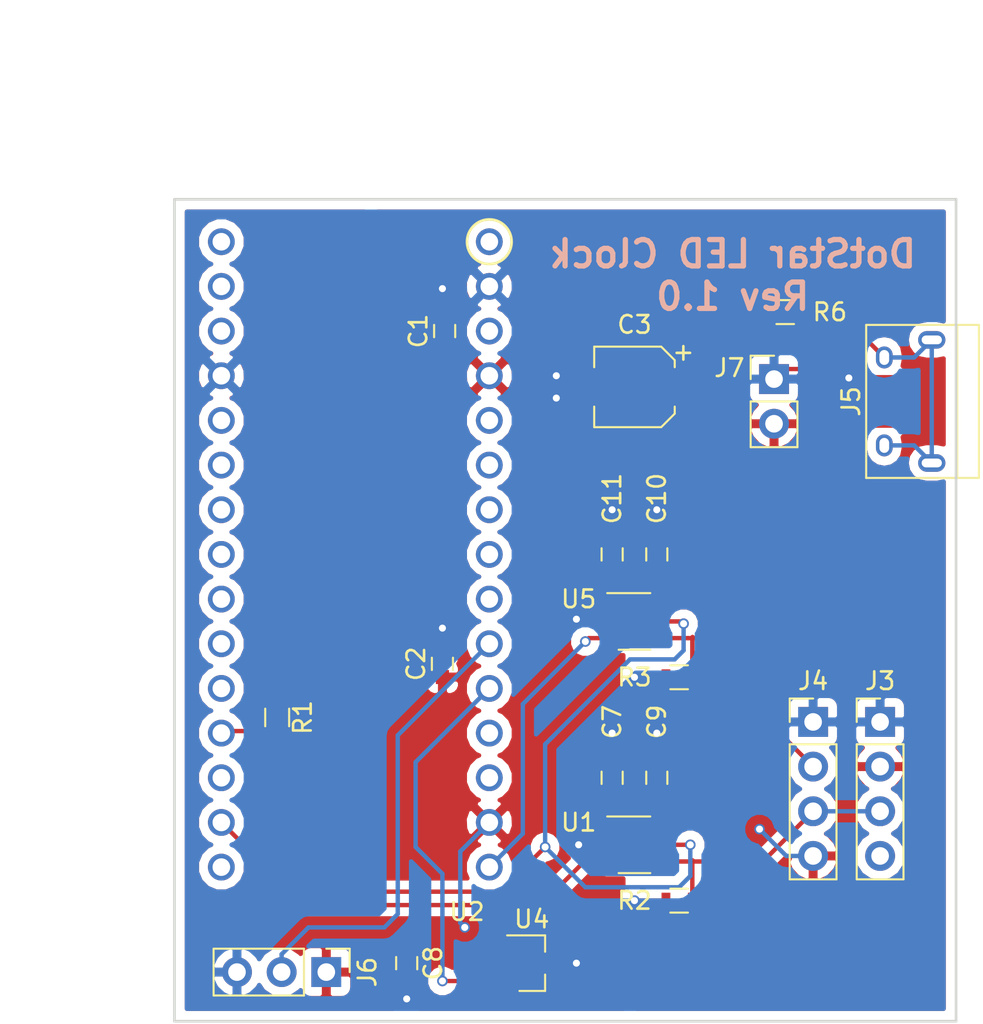
<source format=kicad_pcb>
(kicad_pcb (version 4) (host pcbnew 4.0.6)

  (general
    (links 55)
    (no_connects 0)
    (area 133.882001 80.104 191.9225 140.007333)
    (thickness 1.6)
    (drawings 12)
    (tracks 141)
    (zones 0)
    (modules 21)
    (nets 37)
  )

  (page A4)
  (layers
    (0 F.Cu signal)
    (31 B.Cu signal)
    (32 B.Adhes user)
    (33 F.Adhes user)
    (34 B.Paste user)
    (35 F.Paste user)
    (36 B.SilkS user)
    (37 F.SilkS user)
    (38 B.Mask user)
    (39 F.Mask user)
    (40 Dwgs.User user)
    (41 Cmts.User user)
    (42 Eco1.User user)
    (43 Eco2.User user)
    (44 Edge.Cuts user)
    (45 Margin user)
    (46 B.CrtYd user)
    (47 F.CrtYd user)
    (48 B.Fab user)
    (49 F.Fab user hide)
  )

  (setup
    (last_trace_width 0.25)
    (user_trace_width 0.5)
    (trace_clearance 0.2)
    (zone_clearance 0.508)
    (zone_45_only no)
    (trace_min 0.2)
    (segment_width 0.2)
    (edge_width 0.15)
    (via_size 0.6)
    (via_drill 0.4)
    (via_min_size 0.4)
    (via_min_drill 0.3)
    (uvia_size 0.3)
    (uvia_drill 0.1)
    (uvias_allowed no)
    (uvia_min_size 0.2)
    (uvia_min_drill 0.1)
    (pcb_text_width 0.3)
    (pcb_text_size 1.5 1.5)
    (mod_edge_width 0.15)
    (mod_text_size 1 1)
    (mod_text_width 0.15)
    (pad_size 1.524 1.524)
    (pad_drill 0.762)
    (pad_to_mask_clearance 0.2)
    (aux_axis_origin 0 0)
    (visible_elements 7FFEFFFF)
    (pcbplotparams
      (layerselection 0x010f0_80000001)
      (usegerberextensions false)
      (excludeedgelayer true)
      (linewidth 0.100000)
      (plotframeref false)
      (viasonmask false)
      (mode 1)
      (useauxorigin false)
      (hpglpennumber 1)
      (hpglpenspeed 20)
      (hpglpendiameter 15)
      (hpglpenoverlay 2)
      (psnegative false)
      (psa4output false)
      (plotreference true)
      (plotvalue false)
      (plotinvisibletext false)
      (padsonsilk false)
      (subtractmaskfromsilk false)
      (outputformat 1)
      (mirror false)
      (drillshape 0)
      (scaleselection 1)
      (outputdirectory images/))
  )

  (net 0 "")
  (net 1 GND)
  (net 2 +5V)
  (net 3 +3V3)
  (net 4 DS_DAT)
  (net 5 DS_CLK)
  (net 6 "Net-(J5-Pad2)")
  (net 7 "Net-(J5-Pad3)")
  (net 8 "Net-(J5-Pad4)")
  (net 9 "Net-(J5-Pad6)")
  (net 10 LUX)
  (net 11 PIX_DIR)
  (net 12 I2C_SCL)
  (net 13 I2C_SDA)
  (net 14 PIX_DAT)
  (net 15 PIX_CLK)
  (net 16 "Net-(U2-Pad1)")
  (net 17 "Net-(U2-Pad3)")
  (net 18 "Net-(U2-Pad5)")
  (net 19 "Net-(U2-Pad6)")
  (net 20 "Net-(U2-Pad9)")
  (net 21 TEMP)
  (net 22 "Net-(U2-Pad12)")
  (net 23 "Net-(U2-Pad13)")
  (net 24 "Net-(U2-Pad16)")
  (net 25 "Net-(U2-Pad17)")
  (net 26 "Net-(U2-Pad18)")
  (net 27 "Net-(U2-Pad20)")
  (net 28 "Net-(U2-Pad21)")
  (net 29 "Net-(U2-Pad22)")
  (net 30 "Net-(U2-Pad23)")
  (net 31 "Net-(U2-Pad24)")
  (net 32 "Net-(U2-Pad25)")
  (net 33 "Net-(U2-Pad26)")
  (net 34 "Net-(U2-Pad28)")
  (net 35 "Net-(U2-Pad30)")
  (net 36 "Net-(J3-Pad4)")

  (net_class Default "This is the default net class."
    (clearance 0.2)
    (trace_width 0.25)
    (via_dia 0.6)
    (via_drill 0.4)
    (uvia_dia 0.3)
    (uvia_drill 0.1)
    (add_net +3V3)
    (add_net +5V)
    (add_net DS_CLK)
    (add_net DS_DAT)
    (add_net GND)
    (add_net I2C_SCL)
    (add_net I2C_SDA)
    (add_net LUX)
    (add_net "Net-(J3-Pad4)")
    (add_net "Net-(J5-Pad2)")
    (add_net "Net-(J5-Pad3)")
    (add_net "Net-(J5-Pad4)")
    (add_net "Net-(J5-Pad6)")
    (add_net "Net-(U2-Pad1)")
    (add_net "Net-(U2-Pad12)")
    (add_net "Net-(U2-Pad13)")
    (add_net "Net-(U2-Pad16)")
    (add_net "Net-(U2-Pad17)")
    (add_net "Net-(U2-Pad18)")
    (add_net "Net-(U2-Pad20)")
    (add_net "Net-(U2-Pad21)")
    (add_net "Net-(U2-Pad22)")
    (add_net "Net-(U2-Pad23)")
    (add_net "Net-(U2-Pad24)")
    (add_net "Net-(U2-Pad25)")
    (add_net "Net-(U2-Pad26)")
    (add_net "Net-(U2-Pad28)")
    (add_net "Net-(U2-Pad3)")
    (add_net "Net-(U2-Pad30)")
    (add_net "Net-(U2-Pad5)")
    (add_net "Net-(U2-Pad6)")
    (add_net "Net-(U2-Pad9)")
    (add_net PIX_CLK)
    (add_net PIX_DAT)
    (add_net PIX_DIR)
    (add_net TEMP)
  )

  (net_class Wide ""
    (clearance 0.3)
    (trace_width 0.5)
    (via_dia 1)
    (via_drill 0.7)
    (uvia_dia 0.3)
    (uvia_drill 0.1)
  )

  (module Capacitors_SMD:C_0603 (layer F.Cu) (tedit 59958EE7) (tstamp 59DD8ABE)
    (at 159.385 98.425 90)
    (descr "Capacitor SMD 0603, reflow soldering, AVX (see smccp.pdf)")
    (tags "capacitor 0603")
    (path /5986192D)
    (attr smd)
    (fp_text reference C1 (at 0 -1.5 90) (layer F.SilkS)
      (effects (font (size 1 1) (thickness 0.15)))
    )
    (fp_text value 0.1u (at 0 1.5 90) (layer F.Fab)
      (effects (font (size 1 1) (thickness 0.15)))
    )
    (fp_line (start 1.4 0.65) (end -1.4 0.65) (layer F.CrtYd) (width 0.05))
    (fp_line (start 1.4 0.65) (end 1.4 -0.65) (layer F.CrtYd) (width 0.05))
    (fp_line (start -1.4 -0.65) (end -1.4 0.65) (layer F.CrtYd) (width 0.05))
    (fp_line (start -1.4 -0.65) (end 1.4 -0.65) (layer F.CrtYd) (width 0.05))
    (fp_line (start 0.35 0.6) (end -0.35 0.6) (layer F.SilkS) (width 0.12))
    (fp_line (start -0.35 -0.6) (end 0.35 -0.6) (layer F.SilkS) (width 0.12))
    (fp_line (start -0.8 -0.4) (end 0.8 -0.4) (layer F.Fab) (width 0.1))
    (fp_line (start 0.8 -0.4) (end 0.8 0.4) (layer F.Fab) (width 0.1))
    (fp_line (start 0.8 0.4) (end -0.8 0.4) (layer F.Fab) (width 0.1))
    (fp_line (start -0.8 0.4) (end -0.8 -0.4) (layer F.Fab) (width 0.1))
    (fp_text user %R (at 0 0 90) (layer F.Fab)
      (effects (font (size 0.3 0.3) (thickness 0.075)))
    )
    (pad 2 smd rect (at 0.75 0 90) (size 0.8 0.75) (layers F.Cu F.Paste F.Mask)
      (net 1 GND))
    (pad 1 smd rect (at -0.75 0 90) (size 0.8 0.75) (layers F.Cu F.Paste F.Mask)
      (net 2 +5V))
    (model Capacitors_SMD.3dshapes/C_0603.wrl
      (at (xyz 0 0 0))
      (scale (xyz 1 1 1))
      (rotate (xyz 0 0 0))
    )
  )

  (module Capacitors_SMD:C_0603 (layer F.Cu) (tedit 59958EE7) (tstamp 59DD8AC4)
    (at 159.258 117.348 90)
    (descr "Capacitor SMD 0603, reflow soldering, AVX (see smccp.pdf)")
    (tags "capacitor 0603")
    (path /59861B12)
    (attr smd)
    (fp_text reference C2 (at 0 -1.5 90) (layer F.SilkS)
      (effects (font (size 1 1) (thickness 0.15)))
    )
    (fp_text value 0.1u (at 0 1.5 90) (layer F.Fab)
      (effects (font (size 1 1) (thickness 0.15)))
    )
    (fp_line (start 1.4 0.65) (end -1.4 0.65) (layer F.CrtYd) (width 0.05))
    (fp_line (start 1.4 0.65) (end 1.4 -0.65) (layer F.CrtYd) (width 0.05))
    (fp_line (start -1.4 -0.65) (end -1.4 0.65) (layer F.CrtYd) (width 0.05))
    (fp_line (start -1.4 -0.65) (end 1.4 -0.65) (layer F.CrtYd) (width 0.05))
    (fp_line (start 0.35 0.6) (end -0.35 0.6) (layer F.SilkS) (width 0.12))
    (fp_line (start -0.35 -0.6) (end 0.35 -0.6) (layer F.SilkS) (width 0.12))
    (fp_line (start -0.8 -0.4) (end 0.8 -0.4) (layer F.Fab) (width 0.1))
    (fp_line (start 0.8 -0.4) (end 0.8 0.4) (layer F.Fab) (width 0.1))
    (fp_line (start 0.8 0.4) (end -0.8 0.4) (layer F.Fab) (width 0.1))
    (fp_line (start -0.8 0.4) (end -0.8 -0.4) (layer F.Fab) (width 0.1))
    (fp_text user %R (at 0 0 90) (layer F.Fab)
      (effects (font (size 0.3 0.3) (thickness 0.075)))
    )
    (pad 2 smd rect (at 0.75 0 90) (size 0.8 0.75) (layers F.Cu F.Paste F.Mask)
      (net 1 GND))
    (pad 1 smd rect (at -0.75 0 90) (size 0.8 0.75) (layers F.Cu F.Paste F.Mask)
      (net 3 +3V3))
    (model Capacitors_SMD.3dshapes/C_0603.wrl
      (at (xyz 0 0 0))
      (scale (xyz 1 1 1))
      (rotate (xyz 0 0 0))
    )
  )

  (module Capacitors_SMD:CP_Elec_4x5.8 (layer F.Cu) (tedit 58AA8627) (tstamp 59DD8ACA)
    (at 170.18 101.6 180)
    (descr "SMT capacitor, aluminium electrolytic, 4x5.8")
    (path /59860D25)
    (attr smd)
    (fp_text reference C3 (at 0 3.54 180) (layer F.SilkS)
      (effects (font (size 1 1) (thickness 0.15)))
    )
    (fp_text value 100u (at 0 -3.54 180) (layer F.Fab)
      (effects (font (size 1 1) (thickness 0.15)))
    )
    (fp_circle (center 0 0) (end 0 2) (layer F.Fab) (width 0.1))
    (fp_text user + (at -1.12 -0.06 180) (layer F.Fab)
      (effects (font (size 1 1) (thickness 0.15)))
    )
    (fp_text user + (at -2.78 2.01 180) (layer F.SilkS)
      (effects (font (size 1 1) (thickness 0.15)))
    )
    (fp_text user %R (at 0 3.54 180) (layer F.Fab)
      (effects (font (size 1 1) (thickness 0.15)))
    )
    (fp_line (start 2.13 2.13) (end 2.13 -2.13) (layer F.Fab) (width 0.1))
    (fp_line (start -1.46 2.13) (end 2.13 2.13) (layer F.Fab) (width 0.1))
    (fp_line (start -2.13 1.46) (end -1.46 2.13) (layer F.Fab) (width 0.1))
    (fp_line (start -2.13 -1.46) (end -2.13 1.46) (layer F.Fab) (width 0.1))
    (fp_line (start -1.46 -2.13) (end -2.13 -1.46) (layer F.Fab) (width 0.1))
    (fp_line (start 2.13 -2.13) (end -1.46 -2.13) (layer F.Fab) (width 0.1))
    (fp_line (start -2.29 1.52) (end -2.29 1.12) (layer F.SilkS) (width 0.12))
    (fp_line (start 2.29 2.29) (end 2.29 1.12) (layer F.SilkS) (width 0.12))
    (fp_line (start 2.29 -2.29) (end 2.29 -1.12) (layer F.SilkS) (width 0.12))
    (fp_line (start -2.29 -1.52) (end -2.29 -1.12) (layer F.SilkS) (width 0.12))
    (fp_line (start -1.52 2.29) (end 2.29 2.29) (layer F.SilkS) (width 0.12))
    (fp_line (start -1.52 2.29) (end -2.29 1.52) (layer F.SilkS) (width 0.12))
    (fp_line (start -1.52 -2.29) (end 2.29 -2.29) (layer F.SilkS) (width 0.12))
    (fp_line (start -1.52 -2.29) (end -2.29 -1.52) (layer F.SilkS) (width 0.12))
    (fp_line (start -3.35 -2.39) (end 3.35 -2.39) (layer F.CrtYd) (width 0.05))
    (fp_line (start -3.35 -2.39) (end -3.35 2.38) (layer F.CrtYd) (width 0.05))
    (fp_line (start 3.35 2.38) (end 3.35 -2.39) (layer F.CrtYd) (width 0.05))
    (fp_line (start 3.35 2.38) (end -3.35 2.38) (layer F.CrtYd) (width 0.05))
    (pad 1 smd rect (at -1.8 0) (size 2.6 1.6) (layers F.Cu F.Paste F.Mask)
      (net 2 +5V))
    (pad 2 smd rect (at 1.8 0) (size 2.6 1.6) (layers F.Cu F.Paste F.Mask)
      (net 1 GND))
    (model Capacitors_SMD.3dshapes/CP_Elec_4x5.8.wrl
      (at (xyz 0 0 0))
      (scale (xyz 1 1 1))
      (rotate (xyz 0 0 180))
    )
  )

  (module Capacitors_SMD:C_0603 (layer F.Cu) (tedit 5A711CE5) (tstamp 59DD8AE2)
    (at 168.91 123.825 90)
    (descr "Capacitor SMD 0603, reflow soldering, AVX (see smccp.pdf)")
    (tags "capacitor 0603")
    (path /59DDE052)
    (attr smd)
    (fp_text reference C7 (at 3.175 0 90) (layer F.SilkS)
      (effects (font (size 1 1) (thickness 0.15)))
    )
    (fp_text value 0.1u (at 0 1.5 90) (layer F.Fab)
      (effects (font (size 1 1) (thickness 0.15)))
    )
    (fp_line (start 1.4 0.65) (end -1.4 0.65) (layer F.CrtYd) (width 0.05))
    (fp_line (start 1.4 0.65) (end 1.4 -0.65) (layer F.CrtYd) (width 0.05))
    (fp_line (start -1.4 -0.65) (end -1.4 0.65) (layer F.CrtYd) (width 0.05))
    (fp_line (start -1.4 -0.65) (end 1.4 -0.65) (layer F.CrtYd) (width 0.05))
    (fp_line (start 0.35 0.6) (end -0.35 0.6) (layer F.SilkS) (width 0.12))
    (fp_line (start -0.35 -0.6) (end 0.35 -0.6) (layer F.SilkS) (width 0.12))
    (fp_line (start -0.8 -0.4) (end 0.8 -0.4) (layer F.Fab) (width 0.1))
    (fp_line (start 0.8 -0.4) (end 0.8 0.4) (layer F.Fab) (width 0.1))
    (fp_line (start 0.8 0.4) (end -0.8 0.4) (layer F.Fab) (width 0.1))
    (fp_line (start -0.8 0.4) (end -0.8 -0.4) (layer F.Fab) (width 0.1))
    (fp_text user %R (at 0 0 90) (layer F.Fab)
      (effects (font (size 0.3 0.3) (thickness 0.075)))
    )
    (pad 2 smd rect (at 0.75 0 90) (size 0.8 0.75) (layers F.Cu F.Paste F.Mask)
      (net 1 GND))
    (pad 1 smd rect (at -0.75 0 90) (size 0.8 0.75) (layers F.Cu F.Paste F.Mask)
      (net 3 +3V3))
    (model Capacitors_SMD.3dshapes/C_0603.wrl
      (at (xyz 0 0 0))
      (scale (xyz 1 1 1))
      (rotate (xyz 0 0 0))
    )
  )

  (module Capacitors_SMD:C_0603 (layer F.Cu) (tedit 59958EE7) (tstamp 59DD8AE8)
    (at 157.226 134.366 270)
    (descr "Capacitor SMD 0603, reflow soldering, AVX (see smccp.pdf)")
    (tags "capacitor 0603")
    (path /59DDE630)
    (attr smd)
    (fp_text reference C8 (at 0 -1.5 270) (layer F.SilkS)
      (effects (font (size 1 1) (thickness 0.15)))
    )
    (fp_text value 0.1u (at 0 1.5 270) (layer F.Fab)
      (effects (font (size 1 1) (thickness 0.15)))
    )
    (fp_line (start 1.4 0.65) (end -1.4 0.65) (layer F.CrtYd) (width 0.05))
    (fp_line (start 1.4 0.65) (end 1.4 -0.65) (layer F.CrtYd) (width 0.05))
    (fp_line (start -1.4 -0.65) (end -1.4 0.65) (layer F.CrtYd) (width 0.05))
    (fp_line (start -1.4 -0.65) (end 1.4 -0.65) (layer F.CrtYd) (width 0.05))
    (fp_line (start 0.35 0.6) (end -0.35 0.6) (layer F.SilkS) (width 0.12))
    (fp_line (start -0.35 -0.6) (end 0.35 -0.6) (layer F.SilkS) (width 0.12))
    (fp_line (start -0.8 -0.4) (end 0.8 -0.4) (layer F.Fab) (width 0.1))
    (fp_line (start 0.8 -0.4) (end 0.8 0.4) (layer F.Fab) (width 0.1))
    (fp_line (start 0.8 0.4) (end -0.8 0.4) (layer F.Fab) (width 0.1))
    (fp_line (start -0.8 0.4) (end -0.8 -0.4) (layer F.Fab) (width 0.1))
    (fp_text user %R (at 0 0 270) (layer F.Fab)
      (effects (font (size 0.3 0.3) (thickness 0.075)))
    )
    (pad 2 smd rect (at 0.75 0 270) (size 0.8 0.75) (layers F.Cu F.Paste F.Mask)
      (net 1 GND))
    (pad 1 smd rect (at -0.75 0 270) (size 0.8 0.75) (layers F.Cu F.Paste F.Mask)
      (net 3 +3V3))
    (model Capacitors_SMD.3dshapes/C_0603.wrl
      (at (xyz 0 0 0))
      (scale (xyz 1 1 1))
      (rotate (xyz 0 0 0))
    )
  )

  (module Capacitors_SMD:C_0603 (layer F.Cu) (tedit 5A711CE7) (tstamp 59DD8AEE)
    (at 171.45 123.825 90)
    (descr "Capacitor SMD 0603, reflow soldering, AVX (see smccp.pdf)")
    (tags "capacitor 0603")
    (path /59DE1CDC)
    (attr smd)
    (fp_text reference C9 (at 3.175 0 90) (layer F.SilkS)
      (effects (font (size 1 1) (thickness 0.15)))
    )
    (fp_text value 0.1u (at 0 1.5 90) (layer F.Fab)
      (effects (font (size 1 1) (thickness 0.15)))
    )
    (fp_line (start 1.4 0.65) (end -1.4 0.65) (layer F.CrtYd) (width 0.05))
    (fp_line (start 1.4 0.65) (end 1.4 -0.65) (layer F.CrtYd) (width 0.05))
    (fp_line (start -1.4 -0.65) (end -1.4 0.65) (layer F.CrtYd) (width 0.05))
    (fp_line (start -1.4 -0.65) (end 1.4 -0.65) (layer F.CrtYd) (width 0.05))
    (fp_line (start 0.35 0.6) (end -0.35 0.6) (layer F.SilkS) (width 0.12))
    (fp_line (start -0.35 -0.6) (end 0.35 -0.6) (layer F.SilkS) (width 0.12))
    (fp_line (start -0.8 -0.4) (end 0.8 -0.4) (layer F.Fab) (width 0.1))
    (fp_line (start 0.8 -0.4) (end 0.8 0.4) (layer F.Fab) (width 0.1))
    (fp_line (start 0.8 0.4) (end -0.8 0.4) (layer F.Fab) (width 0.1))
    (fp_line (start -0.8 0.4) (end -0.8 -0.4) (layer F.Fab) (width 0.1))
    (fp_text user %R (at 0 0 90) (layer F.Fab)
      (effects (font (size 0.3 0.3) (thickness 0.075)))
    )
    (pad 2 smd rect (at 0.75 0 90) (size 0.8 0.75) (layers F.Cu F.Paste F.Mask)
      (net 1 GND))
    (pad 1 smd rect (at -0.75 0 90) (size 0.8 0.75) (layers F.Cu F.Paste F.Mask)
      (net 2 +5V))
    (model Capacitors_SMD.3dshapes/C_0603.wrl
      (at (xyz 0 0 0))
      (scale (xyz 1 1 1))
      (rotate (xyz 0 0 0))
    )
  )

  (module Pin_Headers:Pin_Header_Straight_1x04_Pitch2.54mm (layer F.Cu) (tedit 59650532) (tstamp 59DD8AFC)
    (at 184.15 120.65)
    (descr "Through hole straight pin header, 1x04, 2.54mm pitch, single row")
    (tags "Through hole pin header THT 1x04 2.54mm single row")
    (path /59860A09)
    (fp_text reference J3 (at 0 -2.33) (layer F.SilkS)
      (effects (font (size 1 1) (thickness 0.15)))
    )
    (fp_text value CONN_01X04 (at 0 9.95) (layer F.Fab)
      (effects (font (size 1 1) (thickness 0.15)))
    )
    (fp_line (start -0.635 -1.27) (end 1.27 -1.27) (layer F.Fab) (width 0.1))
    (fp_line (start 1.27 -1.27) (end 1.27 8.89) (layer F.Fab) (width 0.1))
    (fp_line (start 1.27 8.89) (end -1.27 8.89) (layer F.Fab) (width 0.1))
    (fp_line (start -1.27 8.89) (end -1.27 -0.635) (layer F.Fab) (width 0.1))
    (fp_line (start -1.27 -0.635) (end -0.635 -1.27) (layer F.Fab) (width 0.1))
    (fp_line (start -1.33 8.95) (end 1.33 8.95) (layer F.SilkS) (width 0.12))
    (fp_line (start -1.33 1.27) (end -1.33 8.95) (layer F.SilkS) (width 0.12))
    (fp_line (start 1.33 1.27) (end 1.33 8.95) (layer F.SilkS) (width 0.12))
    (fp_line (start -1.33 1.27) (end 1.33 1.27) (layer F.SilkS) (width 0.12))
    (fp_line (start -1.33 0) (end -1.33 -1.33) (layer F.SilkS) (width 0.12))
    (fp_line (start -1.33 -1.33) (end 0 -1.33) (layer F.SilkS) (width 0.12))
    (fp_line (start -1.8 -1.8) (end -1.8 9.4) (layer F.CrtYd) (width 0.05))
    (fp_line (start -1.8 9.4) (end 1.8 9.4) (layer F.CrtYd) (width 0.05))
    (fp_line (start 1.8 9.4) (end 1.8 -1.8) (layer F.CrtYd) (width 0.05))
    (fp_line (start 1.8 -1.8) (end -1.8 -1.8) (layer F.CrtYd) (width 0.05))
    (fp_text user %R (at 0 3.81 90) (layer F.Fab)
      (effects (font (size 1 1) (thickness 0.15)))
    )
    (pad 1 thru_hole rect (at 0 0) (size 1.7 1.7) (drill 1) (layers *.Cu *.Mask)
      (net 1 GND))
    (pad 2 thru_hole oval (at 0 2.54) (size 1.7 1.7) (drill 1) (layers *.Cu *.Mask)
      (net 2 +5V))
    (pad 3 thru_hole oval (at 0 5.08) (size 1.7 1.7) (drill 1) (layers *.Cu *.Mask)
      (net 4 DS_DAT))
    (pad 4 thru_hole oval (at 0 7.62) (size 1.7 1.7) (drill 1) (layers *.Cu *.Mask)
      (net 36 "Net-(J3-Pad4)"))
    (model ${KISYS3DMOD}/Pin_Headers.3dshapes/Pin_Header_Straight_1x04_Pitch2.54mm.wrl
      (at (xyz 0 0 0))
      (scale (xyz 1 1 1))
      (rotate (xyz 0 0 0))
    )
  )

  (module Pin_Headers:Pin_Header_Straight_1x04_Pitch2.54mm (layer F.Cu) (tedit 59650532) (tstamp 59DD8B04)
    (at 180.34 120.65)
    (descr "Through hole straight pin header, 1x04, 2.54mm pitch, single row")
    (tags "Through hole pin header THT 1x04 2.54mm single row")
    (path /59860A93)
    (fp_text reference J4 (at 0 -2.33) (layer F.SilkS)
      (effects (font (size 1 1) (thickness 0.15)))
    )
    (fp_text value CONN_01X04 (at 0 9.95) (layer F.Fab)
      (effects (font (size 1 1) (thickness 0.15)))
    )
    (fp_line (start -0.635 -1.27) (end 1.27 -1.27) (layer F.Fab) (width 0.1))
    (fp_line (start 1.27 -1.27) (end 1.27 8.89) (layer F.Fab) (width 0.1))
    (fp_line (start 1.27 8.89) (end -1.27 8.89) (layer F.Fab) (width 0.1))
    (fp_line (start -1.27 8.89) (end -1.27 -0.635) (layer F.Fab) (width 0.1))
    (fp_line (start -1.27 -0.635) (end -0.635 -1.27) (layer F.Fab) (width 0.1))
    (fp_line (start -1.33 8.95) (end 1.33 8.95) (layer F.SilkS) (width 0.12))
    (fp_line (start -1.33 1.27) (end -1.33 8.95) (layer F.SilkS) (width 0.12))
    (fp_line (start 1.33 1.27) (end 1.33 8.95) (layer F.SilkS) (width 0.12))
    (fp_line (start -1.33 1.27) (end 1.33 1.27) (layer F.SilkS) (width 0.12))
    (fp_line (start -1.33 0) (end -1.33 -1.33) (layer F.SilkS) (width 0.12))
    (fp_line (start -1.33 -1.33) (end 0 -1.33) (layer F.SilkS) (width 0.12))
    (fp_line (start -1.8 -1.8) (end -1.8 9.4) (layer F.CrtYd) (width 0.05))
    (fp_line (start -1.8 9.4) (end 1.8 9.4) (layer F.CrtYd) (width 0.05))
    (fp_line (start 1.8 9.4) (end 1.8 -1.8) (layer F.CrtYd) (width 0.05))
    (fp_line (start 1.8 -1.8) (end -1.8 -1.8) (layer F.CrtYd) (width 0.05))
    (fp_text user %R (at 0 3.81 90) (layer F.Fab)
      (effects (font (size 1 1) (thickness 0.15)))
    )
    (pad 1 thru_hole rect (at 0 0) (size 1.7 1.7) (drill 1) (layers *.Cu *.Mask)
      (net 1 GND))
    (pad 2 thru_hole oval (at 0 2.54) (size 1.7 1.7) (drill 1) (layers *.Cu *.Mask)
      (net 5 DS_CLK))
    (pad 3 thru_hole oval (at 0 5.08) (size 1.7 1.7) (drill 1) (layers *.Cu *.Mask)
      (net 4 DS_DAT))
    (pad 4 thru_hole oval (at 0 7.62) (size 1.7 1.7) (drill 1) (layers *.Cu *.Mask)
      (net 2 +5V))
    (model ${KISYS3DMOD}/Pin_Headers.3dshapes/Pin_Header_Straight_1x04_Pitch2.54mm.wrl
      (at (xyz 0 0 0))
      (scale (xyz 1 1 1))
      (rotate (xyz 0 0 0))
    )
  )

  (module Connectors:USB_Micro-B (layer F.Cu) (tedit 5543E447) (tstamp 59DD8B11)
    (at 185.7375 102.4255 90)
    (descr "Micro USB Type B Receptacle")
    (tags "USB USB_B USB_micro USB_OTG")
    (path /59DDA05A)
    (attr smd)
    (fp_text reference J5 (at 0 -3.24 90) (layer F.SilkS)
      (effects (font (size 1 1) (thickness 0.15)))
    )
    (fp_text value USB_OTG (at 0 5.01 90) (layer F.Fab)
      (effects (font (size 1 1) (thickness 0.15)))
    )
    (fp_line (start -4.6 -2.59) (end 4.6 -2.59) (layer F.CrtYd) (width 0.05))
    (fp_line (start 4.6 -2.59) (end 4.6 4.26) (layer F.CrtYd) (width 0.05))
    (fp_line (start 4.6 4.26) (end -4.6 4.26) (layer F.CrtYd) (width 0.05))
    (fp_line (start -4.6 4.26) (end -4.6 -2.59) (layer F.CrtYd) (width 0.05))
    (fp_line (start -4.35 4.03) (end 4.35 4.03) (layer F.SilkS) (width 0.12))
    (fp_line (start -4.35 -2.38) (end 4.35 -2.38) (layer F.SilkS) (width 0.12))
    (fp_line (start 4.35 -2.38) (end 4.35 4.03) (layer F.SilkS) (width 0.12))
    (fp_line (start 4.35 2.8) (end -4.35 2.8) (layer F.SilkS) (width 0.12))
    (fp_line (start -4.35 4.03) (end -4.35 -2.38) (layer F.SilkS) (width 0.12))
    (pad 1 smd rect (at -1.3 -1.35 180) (size 1.35 0.4) (layers F.Cu F.Paste F.Mask)
      (net 2 +5V))
    (pad 2 smd rect (at -0.65 -1.35 180) (size 1.35 0.4) (layers F.Cu F.Paste F.Mask)
      (net 6 "Net-(J5-Pad2)"))
    (pad 3 smd rect (at 0 -1.35 180) (size 1.35 0.4) (layers F.Cu F.Paste F.Mask)
      (net 7 "Net-(J5-Pad3)"))
    (pad 4 smd rect (at 0.65 -1.35 180) (size 1.35 0.4) (layers F.Cu F.Paste F.Mask)
      (net 8 "Net-(J5-Pad4)"))
    (pad 5 smd rect (at 1.3 -1.35 180) (size 1.35 0.4) (layers F.Cu F.Paste F.Mask)
      (net 1 GND))
    (pad 6 thru_hole oval (at -2.5 -1.35 180) (size 0.95 1.25) (drill oval 0.55 0.85) (layers *.Cu *.Mask)
      (net 9 "Net-(J5-Pad6)"))
    (pad 6 thru_hole oval (at 2.5 -1.35 180) (size 0.95 1.25) (drill oval 0.55 0.85) (layers *.Cu *.Mask)
      (net 9 "Net-(J5-Pad6)"))
    (pad 6 thru_hole oval (at -3.5 1.35 180) (size 1.55 1) (drill oval 1.15 0.5) (layers *.Cu *.Mask)
      (net 9 "Net-(J5-Pad6)"))
    (pad 6 thru_hole oval (at 3.5 1.35 180) (size 1.55 1) (drill oval 1.15 0.5) (layers *.Cu *.Mask)
      (net 9 "Net-(J5-Pad6)"))
  )

  (module Resistors_SMD:R_0603 (layer F.Cu) (tedit 58E0A804) (tstamp 59DD8B1E)
    (at 149.86 120.396 270)
    (descr "Resistor SMD 0603, reflow soldering, Vishay (see dcrcw.pdf)")
    (tags "resistor 0603")
    (path /598697F5)
    (attr smd)
    (fp_text reference R1 (at 0 -1.45 270) (layer F.SilkS)
      (effects (font (size 1 1) (thickness 0.15)))
    )
    (fp_text value 10K (at 0 1.5 270) (layer F.Fab)
      (effects (font (size 1 1) (thickness 0.15)))
    )
    (fp_text user %R (at 0 0 270) (layer F.Fab)
      (effects (font (size 0.4 0.4) (thickness 0.075)))
    )
    (fp_line (start -0.8 0.4) (end -0.8 -0.4) (layer F.Fab) (width 0.1))
    (fp_line (start 0.8 0.4) (end -0.8 0.4) (layer F.Fab) (width 0.1))
    (fp_line (start 0.8 -0.4) (end 0.8 0.4) (layer F.Fab) (width 0.1))
    (fp_line (start -0.8 -0.4) (end 0.8 -0.4) (layer F.Fab) (width 0.1))
    (fp_line (start 0.5 0.68) (end -0.5 0.68) (layer F.SilkS) (width 0.12))
    (fp_line (start -0.5 -0.68) (end 0.5 -0.68) (layer F.SilkS) (width 0.12))
    (fp_line (start -1.25 -0.7) (end 1.25 -0.7) (layer F.CrtYd) (width 0.05))
    (fp_line (start -1.25 -0.7) (end -1.25 0.7) (layer F.CrtYd) (width 0.05))
    (fp_line (start 1.25 0.7) (end 1.25 -0.7) (layer F.CrtYd) (width 0.05))
    (fp_line (start 1.25 0.7) (end -1.25 0.7) (layer F.CrtYd) (width 0.05))
    (pad 1 smd rect (at -0.75 0 270) (size 0.5 0.9) (layers F.Cu F.Paste F.Mask)
      (net 3 +3V3))
    (pad 2 smd rect (at 0.75 0 270) (size 0.5 0.9) (layers F.Cu F.Paste F.Mask)
      (net 11 PIX_DIR))
    (model ${KISYS3DMOD}/Resistors_SMD.3dshapes/R_0603.wrl
      (at (xyz 0 0 0))
      (scale (xyz 1 1 1))
      (rotate (xyz 0 0 0))
    )
  )

  (module Resistors_SMD:R_0603 (layer F.Cu) (tedit 5A711CDC) (tstamp 59DD8B24)
    (at 172.72 130.81 180)
    (descr "Resistor SMD 0603, reflow soldering, Vishay (see dcrcw.pdf)")
    (tags "resistor 0603")
    (path /59867035)
    (attr smd)
    (fp_text reference R2 (at 2.54 0 180) (layer F.SilkS)
      (effects (font (size 1 1) (thickness 0.15)))
    )
    (fp_text value 10K (at 0 1.5 180) (layer F.Fab)
      (effects (font (size 1 1) (thickness 0.15)))
    )
    (fp_text user %R (at 0 0 180) (layer F.Fab)
      (effects (font (size 0.4 0.4) (thickness 0.075)))
    )
    (fp_line (start -0.8 0.4) (end -0.8 -0.4) (layer F.Fab) (width 0.1))
    (fp_line (start 0.8 0.4) (end -0.8 0.4) (layer F.Fab) (width 0.1))
    (fp_line (start 0.8 -0.4) (end 0.8 0.4) (layer F.Fab) (width 0.1))
    (fp_line (start -0.8 -0.4) (end 0.8 -0.4) (layer F.Fab) (width 0.1))
    (fp_line (start 0.5 0.68) (end -0.5 0.68) (layer F.SilkS) (width 0.12))
    (fp_line (start -0.5 -0.68) (end 0.5 -0.68) (layer F.SilkS) (width 0.12))
    (fp_line (start -1.25 -0.7) (end 1.25 -0.7) (layer F.CrtYd) (width 0.05))
    (fp_line (start -1.25 -0.7) (end -1.25 0.7) (layer F.CrtYd) (width 0.05))
    (fp_line (start 1.25 0.7) (end 1.25 -0.7) (layer F.CrtYd) (width 0.05))
    (fp_line (start 1.25 0.7) (end -1.25 0.7) (layer F.CrtYd) (width 0.05))
    (pad 1 smd rect (at -0.75 0 180) (size 0.5 0.9) (layers F.Cu F.Paste F.Mask)
      (net 4 DS_DAT))
    (pad 2 smd rect (at 0.75 0 180) (size 0.5 0.9) (layers F.Cu F.Paste F.Mask)
      (net 1 GND))
    (model ${KISYS3DMOD}/Resistors_SMD.3dshapes/R_0603.wrl
      (at (xyz 0 0 0))
      (scale (xyz 1 1 1))
      (rotate (xyz 0 0 0))
    )
  )

  (module Resistors_SMD:R_0603 (layer F.Cu) (tedit 5A711D89) (tstamp 59DD8B2A)
    (at 172.72 118.11 180)
    (descr "Resistor SMD 0603, reflow soldering, Vishay (see dcrcw.pdf)")
    (tags "resistor 0603")
    (path /59866F98)
    (attr smd)
    (fp_text reference R3 (at 2.54 0 180) (layer F.SilkS)
      (effects (font (size 1 1) (thickness 0.15)))
    )
    (fp_text value 10K (at 0 1.5 180) (layer F.Fab)
      (effects (font (size 1 1) (thickness 0.15)))
    )
    (fp_text user %R (at 0 0 180) (layer F.Fab)
      (effects (font (size 0.4 0.4) (thickness 0.075)))
    )
    (fp_line (start -0.8 0.4) (end -0.8 -0.4) (layer F.Fab) (width 0.1))
    (fp_line (start 0.8 0.4) (end -0.8 0.4) (layer F.Fab) (width 0.1))
    (fp_line (start 0.8 -0.4) (end 0.8 0.4) (layer F.Fab) (width 0.1))
    (fp_line (start -0.8 -0.4) (end 0.8 -0.4) (layer F.Fab) (width 0.1))
    (fp_line (start 0.5 0.68) (end -0.5 0.68) (layer F.SilkS) (width 0.12))
    (fp_line (start -0.5 -0.68) (end 0.5 -0.68) (layer F.SilkS) (width 0.12))
    (fp_line (start -1.25 -0.7) (end 1.25 -0.7) (layer F.CrtYd) (width 0.05))
    (fp_line (start -1.25 -0.7) (end -1.25 0.7) (layer F.CrtYd) (width 0.05))
    (fp_line (start 1.25 0.7) (end 1.25 -0.7) (layer F.CrtYd) (width 0.05))
    (fp_line (start 1.25 0.7) (end -1.25 0.7) (layer F.CrtYd) (width 0.05))
    (pad 1 smd rect (at -0.75 0 180) (size 0.5 0.9) (layers F.Cu F.Paste F.Mask)
      (net 5 DS_CLK))
    (pad 2 smd rect (at 0.75 0 180) (size 0.5 0.9) (layers F.Cu F.Paste F.Mask)
      (net 1 GND))
    (model ${KISYS3DMOD}/Resistors_SMD.3dshapes/R_0603.wrl
      (at (xyz 0 0 0))
      (scale (xyz 1 1 1))
      (rotate (xyz 0 0 0))
    )
  )

  (module Resistors_SMD:R_0603 (layer F.Cu) (tedit 5A711F2E) (tstamp 59DD8B3C)
    (at 178.7525 97.3455 180)
    (descr "Resistor SMD 0603, reflow soldering, Vishay (see dcrcw.pdf)")
    (tags "resistor 0603")
    (path /59DDAE05)
    (attr smd)
    (fp_text reference R6 (at -2.54 0 180) (layer F.SilkS)
      (effects (font (size 1 1) (thickness 0.15)))
    )
    (fp_text value 10K (at 0 1.5 180) (layer F.Fab)
      (effects (font (size 1 1) (thickness 0.15)))
    )
    (fp_text user %R (at 0 0 180) (layer F.Fab)
      (effects (font (size 0.4 0.4) (thickness 0.075)))
    )
    (fp_line (start -0.8 0.4) (end -0.8 -0.4) (layer F.Fab) (width 0.1))
    (fp_line (start 0.8 0.4) (end -0.8 0.4) (layer F.Fab) (width 0.1))
    (fp_line (start 0.8 -0.4) (end 0.8 0.4) (layer F.Fab) (width 0.1))
    (fp_line (start -0.8 -0.4) (end 0.8 -0.4) (layer F.Fab) (width 0.1))
    (fp_line (start 0.5 0.68) (end -0.5 0.68) (layer F.SilkS) (width 0.12))
    (fp_line (start -0.5 -0.68) (end 0.5 -0.68) (layer F.SilkS) (width 0.12))
    (fp_line (start -1.25 -0.7) (end 1.25 -0.7) (layer F.CrtYd) (width 0.05))
    (fp_line (start -1.25 -0.7) (end -1.25 0.7) (layer F.CrtYd) (width 0.05))
    (fp_line (start 1.25 0.7) (end 1.25 -0.7) (layer F.CrtYd) (width 0.05))
    (fp_line (start 1.25 0.7) (end -1.25 0.7) (layer F.CrtYd) (width 0.05))
    (pad 1 smd rect (at -0.75 0 180) (size 0.5 0.9) (layers F.Cu F.Paste F.Mask)
      (net 9 "Net-(J5-Pad6)"))
    (pad 2 smd rect (at 0.75 0 180) (size 0.5 0.9) (layers F.Cu F.Paste F.Mask)
      (net 1 GND))
    (model ${KISYS3DMOD}/Resistors_SMD.3dshapes/R_0603.wrl
      (at (xyz 0 0 0))
      (scale (xyz 1 1 1))
      (rotate (xyz 0 0 0))
    )
  )

  (module led_clock_footprints:Nucleo32 (layer F.Cu) (tedit 59DD88DC) (tstamp 59DD8B6A)
    (at 154.305 103.505)
    (path /59DD6E9E)
    (fp_text reference U2 (at 6.35 27.94) (layer F.SilkS)
      (effects (font (size 1 1) (thickness 0.15)))
    )
    (fp_text value Nucleo32 (at 0 -1.27) (layer F.Fab)
      (effects (font (size 1 1) (thickness 0.15)))
    )
    (fp_circle (center 7.62 -10.16) (end 8.89 -10.16) (layer F.SilkS) (width 0.15))
    (pad 1 thru_hole circle (at 7.62 -10.16) (size 1.524 1.524) (drill 1) (layers *.Cu *.Mask)
      (net 16 "Net-(U2-Pad1)"))
    (pad 2 thru_hole circle (at 7.62 -7.62) (size 1.524 1.524) (drill 1) (layers *.Cu *.Mask)
      (net 1 GND))
    (pad 3 thru_hole circle (at 7.62 -5.08) (size 1.524 1.524) (drill 1) (layers *.Cu *.Mask)
      (net 17 "Net-(U2-Pad3)"))
    (pad 4 thru_hole circle (at 7.62 -2.54) (size 1.524 1.524) (drill 1) (layers *.Cu *.Mask)
      (net 2 +5V))
    (pad 5 thru_hole circle (at 7.62 0) (size 1.524 1.524) (drill 1) (layers *.Cu *.Mask)
      (net 18 "Net-(U2-Pad5)"))
    (pad 6 thru_hole circle (at 7.62 2.54) (size 1.524 1.524) (drill 1) (layers *.Cu *.Mask)
      (net 19 "Net-(U2-Pad6)"))
    (pad 7 thru_hole circle (at 7.62 5.08) (size 1.524 1.524) (drill 1) (layers *.Cu *.Mask)
      (net 12 I2C_SCL))
    (pad 8 thru_hole circle (at 7.62 7.62) (size 1.524 1.524) (drill 1) (layers *.Cu *.Mask)
      (net 13 I2C_SDA))
    (pad 9 thru_hole circle (at 7.62 10.16) (size 1.524 1.524) (drill 1) (layers *.Cu *.Mask)
      (net 20 "Net-(U2-Pad9)"))
    (pad 10 thru_hole circle (at 7.62 12.7) (size 1.524 1.524) (drill 1) (layers *.Cu *.Mask)
      (net 10 LUX))
    (pad 11 thru_hole circle (at 7.62 15.24) (size 1.524 1.524) (drill 1) (layers *.Cu *.Mask)
      (net 21 TEMP))
    (pad 12 thru_hole circle (at 7.62 17.78) (size 1.524 1.524) (drill 1) (layers *.Cu *.Mask)
      (net 22 "Net-(U2-Pad12)"))
    (pad 13 thru_hole circle (at 7.62 20.32) (size 1.524 1.524) (drill 1) (layers *.Cu *.Mask)
      (net 23 "Net-(U2-Pad13)"))
    (pad 14 thru_hole circle (at 7.62 22.86) (size 1.524 1.524) (drill 1) (layers *.Cu *.Mask)
      (net 3 +3V3))
    (pad 15 thru_hole circle (at 7.62 25.4) (size 1.524 1.524) (drill 1) (layers *.Cu *.Mask)
      (net 15 PIX_CLK))
    (pad 16 thru_hole circle (at -7.62 -10.16) (size 1.524 1.524) (drill 1) (layers *.Cu *.Mask)
      (net 24 "Net-(U2-Pad16)"))
    (pad 17 thru_hole circle (at -7.62 -7.62) (size 1.524 1.524) (drill 1) (layers *.Cu *.Mask)
      (net 25 "Net-(U2-Pad17)"))
    (pad 18 thru_hole circle (at -7.62 -5.08) (size 1.524 1.524) (drill 1) (layers *.Cu *.Mask)
      (net 26 "Net-(U2-Pad18)"))
    (pad 19 thru_hole circle (at -7.62 -2.54) (size 1.524 1.524) (drill 1) (layers *.Cu *.Mask)
      (net 1 GND))
    (pad 20 thru_hole circle (at -7.62 0) (size 1.524 1.524) (drill 1) (layers *.Cu *.Mask)
      (net 27 "Net-(U2-Pad20)"))
    (pad 21 thru_hole circle (at -7.62 2.54) (size 1.524 1.524) (drill 1) (layers *.Cu *.Mask)
      (net 28 "Net-(U2-Pad21)"))
    (pad 22 thru_hole circle (at -7.62 5.08) (size 1.524 1.524) (drill 1) (layers *.Cu *.Mask)
      (net 29 "Net-(U2-Pad22)"))
    (pad 23 thru_hole circle (at -7.62 7.62) (size 1.524 1.524) (drill 1) (layers *.Cu *.Mask)
      (net 30 "Net-(U2-Pad23)"))
    (pad 24 thru_hole circle (at -7.62 10.16) (size 1.524 1.524) (drill 1) (layers *.Cu *.Mask)
      (net 31 "Net-(U2-Pad24)"))
    (pad 25 thru_hole circle (at -7.62 12.7) (size 1.524 1.524) (drill 1) (layers *.Cu *.Mask)
      (net 32 "Net-(U2-Pad25)"))
    (pad 26 thru_hole circle (at -7.62 15.24) (size 1.524 1.524) (drill 1) (layers *.Cu *.Mask)
      (net 33 "Net-(U2-Pad26)"))
    (pad 27 thru_hole circle (at -7.62 17.78) (size 1.524 1.524) (drill 1) (layers *.Cu *.Mask)
      (net 11 PIX_DIR))
    (pad 28 thru_hole circle (at -7.62 20.32) (size 1.524 1.524) (drill 1) (layers *.Cu *.Mask)
      (net 34 "Net-(U2-Pad28)"))
    (pad 29 thru_hole circle (at -7.62 22.86) (size 1.524 1.524) (drill 1) (layers *.Cu *.Mask)
      (net 14 PIX_DAT))
    (pad 30 thru_hole circle (at -7.62 25.4) (size 1.524 1.524) (drill 1) (layers *.Cu *.Mask)
      (net 35 "Net-(U2-Pad30)"))
  )

  (module TO_SOT_Packages_SMD:SOT-23 (layer F.Cu) (tedit 58CE4E7E) (tstamp 59DD8B81)
    (at 164.338 134.366)
    (descr "SOT-23, Standard")
    (tags SOT-23)
    (path /59874C6C)
    (attr smd)
    (fp_text reference U4 (at 0 -2.5) (layer F.SilkS)
      (effects (font (size 1 1) (thickness 0.15)))
    )
    (fp_text value MCP9701 (at 0 2.5) (layer F.Fab)
      (effects (font (size 1 1) (thickness 0.15)))
    )
    (fp_text user %R (at 0 0 90) (layer F.Fab)
      (effects (font (size 0.5 0.5) (thickness 0.075)))
    )
    (fp_line (start -0.7 -0.95) (end -0.7 1.5) (layer F.Fab) (width 0.1))
    (fp_line (start -0.15 -1.52) (end 0.7 -1.52) (layer F.Fab) (width 0.1))
    (fp_line (start -0.7 -0.95) (end -0.15 -1.52) (layer F.Fab) (width 0.1))
    (fp_line (start 0.7 -1.52) (end 0.7 1.52) (layer F.Fab) (width 0.1))
    (fp_line (start -0.7 1.52) (end 0.7 1.52) (layer F.Fab) (width 0.1))
    (fp_line (start 0.76 1.58) (end 0.76 0.65) (layer F.SilkS) (width 0.12))
    (fp_line (start 0.76 -1.58) (end 0.76 -0.65) (layer F.SilkS) (width 0.12))
    (fp_line (start -1.7 -1.75) (end 1.7 -1.75) (layer F.CrtYd) (width 0.05))
    (fp_line (start 1.7 -1.75) (end 1.7 1.75) (layer F.CrtYd) (width 0.05))
    (fp_line (start 1.7 1.75) (end -1.7 1.75) (layer F.CrtYd) (width 0.05))
    (fp_line (start -1.7 1.75) (end -1.7 -1.75) (layer F.CrtYd) (width 0.05))
    (fp_line (start 0.76 -1.58) (end -1.4 -1.58) (layer F.SilkS) (width 0.12))
    (fp_line (start 0.76 1.58) (end -0.7 1.58) (layer F.SilkS) (width 0.12))
    (pad 1 smd rect (at -1 -0.95) (size 0.9 0.8) (layers F.Cu F.Paste F.Mask)
      (net 3 +3V3))
    (pad 2 smd rect (at -1 0.95) (size 0.9 0.8) (layers F.Cu F.Paste F.Mask)
      (net 21 TEMP))
    (pad 3 smd rect (at 1 0) (size 0.9 0.8) (layers F.Cu F.Paste F.Mask)
      (net 1 GND))
    (model ${KISYS3DMOD}/TO_SOT_Packages_SMD.3dshapes/SOT-23.wrl
      (at (xyz 0 0 0))
      (scale (xyz 1 1 1))
      (rotate (xyz 0 0 0))
    )
  )

  (module Pin_Headers:Pin_Header_Straight_1x02_Pitch2.54mm (layer F.Cu) (tedit 5A711F45) (tstamp 5A711BFA)
    (at 178.1175 101.1555)
    (descr "Through hole straight pin header, 1x02, 2.54mm pitch, single row")
    (tags "Through hole pin header THT 1x02 2.54mm single row")
    (path /5A712E94)
    (fp_text reference J7 (at -2.54 -0.635) (layer F.SilkS)
      (effects (font (size 1 1) (thickness 0.15)))
    )
    (fp_text value CONN_01X02 (at 0 4.87) (layer F.Fab)
      (effects (font (size 1 1) (thickness 0.15)))
    )
    (fp_line (start -0.635 -1.27) (end 1.27 -1.27) (layer F.Fab) (width 0.1))
    (fp_line (start 1.27 -1.27) (end 1.27 3.81) (layer F.Fab) (width 0.1))
    (fp_line (start 1.27 3.81) (end -1.27 3.81) (layer F.Fab) (width 0.1))
    (fp_line (start -1.27 3.81) (end -1.27 -0.635) (layer F.Fab) (width 0.1))
    (fp_line (start -1.27 -0.635) (end -0.635 -1.27) (layer F.Fab) (width 0.1))
    (fp_line (start -1.33 3.87) (end 1.33 3.87) (layer F.SilkS) (width 0.12))
    (fp_line (start -1.33 1.27) (end -1.33 3.87) (layer F.SilkS) (width 0.12))
    (fp_line (start 1.33 1.27) (end 1.33 3.87) (layer F.SilkS) (width 0.12))
    (fp_line (start -1.33 1.27) (end 1.33 1.27) (layer F.SilkS) (width 0.12))
    (fp_line (start -1.33 0) (end -1.33 -1.33) (layer F.SilkS) (width 0.12))
    (fp_line (start -1.33 -1.33) (end 0 -1.33) (layer F.SilkS) (width 0.12))
    (fp_line (start -1.8 -1.8) (end -1.8 4.35) (layer F.CrtYd) (width 0.05))
    (fp_line (start -1.8 4.35) (end 1.8 4.35) (layer F.CrtYd) (width 0.05))
    (fp_line (start 1.8 4.35) (end 1.8 -1.8) (layer F.CrtYd) (width 0.05))
    (fp_line (start 1.8 -1.8) (end -1.8 -1.8) (layer F.CrtYd) (width 0.05))
    (fp_text user %R (at 0 1.27 90) (layer F.Fab)
      (effects (font (size 1 1) (thickness 0.15)))
    )
    (pad 1 thru_hole rect (at 0 0) (size 1.7 1.7) (drill 1) (layers *.Cu *.Mask)
      (net 1 GND))
    (pad 2 thru_hole oval (at 0 2.54) (size 1.7 1.7) (drill 1) (layers *.Cu *.Mask)
      (net 2 +5V))
    (model ${KISYS3DMOD}/Pin_Headers.3dshapes/Pin_Header_Straight_1x02_Pitch2.54mm.wrl
      (at (xyz 0 0 0))
      (scale (xyz 1 1 1))
      (rotate (xyz 0 0 0))
    )
  )

  (module TO_SOT_Packages_SMD:SOT-23-6 (layer F.Cu) (tedit 5A711CB9) (tstamp 5A711C15)
    (at 170.18 127.635)
    (descr "6-pin SOT-23 package")
    (tags SOT-23-6)
    (path /5A718445)
    (attr smd)
    (fp_text reference U1 (at -3.175 -1.27) (layer F.SilkS)
      (effects (font (size 1 1) (thickness 0.15)))
    )
    (fp_text value SN74LVC1T45 (at 0 2.9) (layer F.Fab)
      (effects (font (size 1 1) (thickness 0.15)))
    )
    (fp_text user %R (at 0 0 90) (layer F.Fab)
      (effects (font (size 0.5 0.5) (thickness 0.075)))
    )
    (fp_line (start -0.9 1.61) (end 0.9 1.61) (layer F.SilkS) (width 0.12))
    (fp_line (start 0.9 -1.61) (end -1.55 -1.61) (layer F.SilkS) (width 0.12))
    (fp_line (start 1.9 -1.8) (end -1.9 -1.8) (layer F.CrtYd) (width 0.05))
    (fp_line (start 1.9 1.8) (end 1.9 -1.8) (layer F.CrtYd) (width 0.05))
    (fp_line (start -1.9 1.8) (end 1.9 1.8) (layer F.CrtYd) (width 0.05))
    (fp_line (start -1.9 -1.8) (end -1.9 1.8) (layer F.CrtYd) (width 0.05))
    (fp_line (start -0.9 -0.9) (end -0.25 -1.55) (layer F.Fab) (width 0.1))
    (fp_line (start 0.9 -1.55) (end -0.25 -1.55) (layer F.Fab) (width 0.1))
    (fp_line (start -0.9 -0.9) (end -0.9 1.55) (layer F.Fab) (width 0.1))
    (fp_line (start 0.9 1.55) (end -0.9 1.55) (layer F.Fab) (width 0.1))
    (fp_line (start 0.9 -1.55) (end 0.9 1.55) (layer F.Fab) (width 0.1))
    (pad 1 smd rect (at -1.1 -0.95) (size 1.06 0.65) (layers F.Cu F.Paste F.Mask)
      (net 3 +3V3))
    (pad 2 smd rect (at -1.1 0) (size 1.06 0.65) (layers F.Cu F.Paste F.Mask)
      (net 1 GND))
    (pad 3 smd rect (at -1.1 0.95) (size 1.06 0.65) (layers F.Cu F.Paste F.Mask)
      (net 14 PIX_DAT))
    (pad 4 smd rect (at 1.1 0.95) (size 1.06 0.65) (layers F.Cu F.Paste F.Mask)
      (net 4 DS_DAT))
    (pad 6 smd rect (at 1.1 -0.95) (size 1.06 0.65) (layers F.Cu F.Paste F.Mask)
      (net 2 +5V))
    (pad 5 smd rect (at 1.1 0) (size 1.06 0.65) (layers F.Cu F.Paste F.Mask)
      (net 11 PIX_DIR))
    (model ${KISYS3DMOD}/TO_SOT_Packages_SMD.3dshapes/SOT-23-6.wrl
      (at (xyz 0 0 0))
      (scale (xyz 1 1 1))
      (rotate (xyz 0 0 0))
    )
  )

  (module TO_SOT_Packages_SMD:SOT-23-6 (layer F.Cu) (tedit 5A711CB7) (tstamp 5A711C1F)
    (at 170.18 114.935)
    (descr "6-pin SOT-23 package")
    (tags SOT-23-6)
    (path /5A718D56)
    (attr smd)
    (fp_text reference U5 (at -3.175 -1.27) (layer F.SilkS)
      (effects (font (size 1 1) (thickness 0.15)))
    )
    (fp_text value SN74LVC1T45 (at 0 2.9) (layer F.Fab)
      (effects (font (size 1 1) (thickness 0.15)))
    )
    (fp_text user %R (at 0 0 90) (layer F.Fab)
      (effects (font (size 0.5 0.5) (thickness 0.075)))
    )
    (fp_line (start -0.9 1.61) (end 0.9 1.61) (layer F.SilkS) (width 0.12))
    (fp_line (start 0.9 -1.61) (end -1.55 -1.61) (layer F.SilkS) (width 0.12))
    (fp_line (start 1.9 -1.8) (end -1.9 -1.8) (layer F.CrtYd) (width 0.05))
    (fp_line (start 1.9 1.8) (end 1.9 -1.8) (layer F.CrtYd) (width 0.05))
    (fp_line (start -1.9 1.8) (end 1.9 1.8) (layer F.CrtYd) (width 0.05))
    (fp_line (start -1.9 -1.8) (end -1.9 1.8) (layer F.CrtYd) (width 0.05))
    (fp_line (start -0.9 -0.9) (end -0.25 -1.55) (layer F.Fab) (width 0.1))
    (fp_line (start 0.9 -1.55) (end -0.25 -1.55) (layer F.Fab) (width 0.1))
    (fp_line (start -0.9 -0.9) (end -0.9 1.55) (layer F.Fab) (width 0.1))
    (fp_line (start 0.9 1.55) (end -0.9 1.55) (layer F.Fab) (width 0.1))
    (fp_line (start 0.9 -1.55) (end 0.9 1.55) (layer F.Fab) (width 0.1))
    (pad 1 smd rect (at -1.1 -0.95) (size 1.06 0.65) (layers F.Cu F.Paste F.Mask)
      (net 3 +3V3))
    (pad 2 smd rect (at -1.1 0) (size 1.06 0.65) (layers F.Cu F.Paste F.Mask)
      (net 1 GND))
    (pad 3 smd rect (at -1.1 0.95) (size 1.06 0.65) (layers F.Cu F.Paste F.Mask)
      (net 15 PIX_CLK))
    (pad 4 smd rect (at 1.1 0.95) (size 1.06 0.65) (layers F.Cu F.Paste F.Mask)
      (net 5 DS_CLK))
    (pad 6 smd rect (at 1.1 -0.95) (size 1.06 0.65) (layers F.Cu F.Paste F.Mask)
      (net 2 +5V))
    (pad 5 smd rect (at 1.1 0) (size 1.06 0.65) (layers F.Cu F.Paste F.Mask)
      (net 11 PIX_DIR))
    (model ${KISYS3DMOD}/TO_SOT_Packages_SMD.3dshapes/SOT-23-6.wrl
      (at (xyz 0 0 0))
      (scale (xyz 1 1 1))
      (rotate (xyz 0 0 0))
    )
  )

  (module Capacitors_SMD:C_0603 (layer F.Cu) (tedit 5A711D85) (tstamp 5A711E36)
    (at 171.45 111.125 90)
    (descr "Capacitor SMD 0603, reflow soldering, AVX (see smccp.pdf)")
    (tags "capacitor 0603")
    (path /5A71AA1B)
    (attr smd)
    (fp_text reference C10 (at 3.175 0 90) (layer F.SilkS)
      (effects (font (size 1 1) (thickness 0.15)))
    )
    (fp_text value 0.1u (at 0 1.5 90) (layer F.Fab)
      (effects (font (size 1 1) (thickness 0.15)))
    )
    (fp_line (start 1.4 0.65) (end -1.4 0.65) (layer F.CrtYd) (width 0.05))
    (fp_line (start 1.4 0.65) (end 1.4 -0.65) (layer F.CrtYd) (width 0.05))
    (fp_line (start -1.4 -0.65) (end -1.4 0.65) (layer F.CrtYd) (width 0.05))
    (fp_line (start -1.4 -0.65) (end 1.4 -0.65) (layer F.CrtYd) (width 0.05))
    (fp_line (start 0.35 0.6) (end -0.35 0.6) (layer F.SilkS) (width 0.12))
    (fp_line (start -0.35 -0.6) (end 0.35 -0.6) (layer F.SilkS) (width 0.12))
    (fp_line (start -0.8 -0.4) (end 0.8 -0.4) (layer F.Fab) (width 0.1))
    (fp_line (start 0.8 -0.4) (end 0.8 0.4) (layer F.Fab) (width 0.1))
    (fp_line (start 0.8 0.4) (end -0.8 0.4) (layer F.Fab) (width 0.1))
    (fp_line (start -0.8 0.4) (end -0.8 -0.4) (layer F.Fab) (width 0.1))
    (fp_text user %R (at 0 0 90) (layer F.Fab)
      (effects (font (size 0.3 0.3) (thickness 0.075)))
    )
    (pad 2 smd rect (at 0.75 0 90) (size 0.8 0.75) (layers F.Cu F.Paste F.Mask)
      (net 1 GND))
    (pad 1 smd rect (at -0.75 0 90) (size 0.8 0.75) (layers F.Cu F.Paste F.Mask)
      (net 2 +5V))
    (model Capacitors_SMD.3dshapes/C_0603.wrl
      (at (xyz 0 0 0))
      (scale (xyz 1 1 1))
      (rotate (xyz 0 0 0))
    )
  )

  (module Capacitors_SMD:C_0603 (layer F.Cu) (tedit 5A711D83) (tstamp 5A711E3C)
    (at 168.91 111.125 90)
    (descr "Capacitor SMD 0603, reflow soldering, AVX (see smccp.pdf)")
    (tags "capacitor 0603")
    (path /5A71AA0D)
    (attr smd)
    (fp_text reference C11 (at 3.175 0 90) (layer F.SilkS)
      (effects (font (size 1 1) (thickness 0.15)))
    )
    (fp_text value 0.1u (at 0 1.5 90) (layer F.Fab)
      (effects (font (size 1 1) (thickness 0.15)))
    )
    (fp_line (start 1.4 0.65) (end -1.4 0.65) (layer F.CrtYd) (width 0.05))
    (fp_line (start 1.4 0.65) (end 1.4 -0.65) (layer F.CrtYd) (width 0.05))
    (fp_line (start -1.4 -0.65) (end -1.4 0.65) (layer F.CrtYd) (width 0.05))
    (fp_line (start -1.4 -0.65) (end 1.4 -0.65) (layer F.CrtYd) (width 0.05))
    (fp_line (start 0.35 0.6) (end -0.35 0.6) (layer F.SilkS) (width 0.12))
    (fp_line (start -0.35 -0.6) (end 0.35 -0.6) (layer F.SilkS) (width 0.12))
    (fp_line (start -0.8 -0.4) (end 0.8 -0.4) (layer F.Fab) (width 0.1))
    (fp_line (start 0.8 -0.4) (end 0.8 0.4) (layer F.Fab) (width 0.1))
    (fp_line (start 0.8 0.4) (end -0.8 0.4) (layer F.Fab) (width 0.1))
    (fp_line (start -0.8 0.4) (end -0.8 -0.4) (layer F.Fab) (width 0.1))
    (fp_text user %R (at 0 0 90) (layer F.Fab)
      (effects (font (size 0.3 0.3) (thickness 0.075)))
    )
    (pad 2 smd rect (at 0.75 0 90) (size 0.8 0.75) (layers F.Cu F.Paste F.Mask)
      (net 1 GND))
    (pad 1 smd rect (at -0.75 0 90) (size 0.8 0.75) (layers F.Cu F.Paste F.Mask)
      (net 3 +3V3))
    (model Capacitors_SMD.3dshapes/C_0603.wrl
      (at (xyz 0 0 0))
      (scale (xyz 1 1 1))
      (rotate (xyz 0 0 0))
    )
  )

  (module Pin_Headers:Pin_Header_Straight_1x03_Pitch2.54mm (layer F.Cu) (tedit 59650532) (tstamp 5A7120DB)
    (at 152.654 134.874 270)
    (descr "Through hole straight pin header, 1x03, 2.54mm pitch, single row")
    (tags "Through hole pin header THT 1x03 2.54mm single row")
    (path /598750FD)
    (fp_text reference J6 (at 0 -2.33 270) (layer F.SilkS)
      (effects (font (size 1 1) (thickness 0.15)))
    )
    (fp_text value CONN_01X03 (at 0 7.41 270) (layer F.Fab)
      (effects (font (size 1 1) (thickness 0.15)))
    )
    (fp_line (start -0.635 -1.27) (end 1.27 -1.27) (layer F.Fab) (width 0.1))
    (fp_line (start 1.27 -1.27) (end 1.27 6.35) (layer F.Fab) (width 0.1))
    (fp_line (start 1.27 6.35) (end -1.27 6.35) (layer F.Fab) (width 0.1))
    (fp_line (start -1.27 6.35) (end -1.27 -0.635) (layer F.Fab) (width 0.1))
    (fp_line (start -1.27 -0.635) (end -0.635 -1.27) (layer F.Fab) (width 0.1))
    (fp_line (start -1.33 6.41) (end 1.33 6.41) (layer F.SilkS) (width 0.12))
    (fp_line (start -1.33 1.27) (end -1.33 6.41) (layer F.SilkS) (width 0.12))
    (fp_line (start 1.33 1.27) (end 1.33 6.41) (layer F.SilkS) (width 0.12))
    (fp_line (start -1.33 1.27) (end 1.33 1.27) (layer F.SilkS) (width 0.12))
    (fp_line (start -1.33 0) (end -1.33 -1.33) (layer F.SilkS) (width 0.12))
    (fp_line (start -1.33 -1.33) (end 0 -1.33) (layer F.SilkS) (width 0.12))
    (fp_line (start -1.8 -1.8) (end -1.8 6.85) (layer F.CrtYd) (width 0.05))
    (fp_line (start -1.8 6.85) (end 1.8 6.85) (layer F.CrtYd) (width 0.05))
    (fp_line (start 1.8 6.85) (end 1.8 -1.8) (layer F.CrtYd) (width 0.05))
    (fp_line (start 1.8 -1.8) (end -1.8 -1.8) (layer F.CrtYd) (width 0.05))
    (fp_text user %R (at 0 2.54 360) (layer F.Fab)
      (effects (font (size 1 1) (thickness 0.15)))
    )
    (pad 1 thru_hole rect (at 0 0 270) (size 1.7 1.7) (drill 1) (layers *.Cu *.Mask)
      (net 3 +3V3))
    (pad 2 thru_hole oval (at 0 2.54 270) (size 1.7 1.7) (drill 1) (layers *.Cu *.Mask)
      (net 10 LUX))
    (pad 3 thru_hole oval (at 0 5.08 270) (size 1.7 1.7) (drill 1) (layers *.Cu *.Mask)
      (net 1 GND))
    (model ${KISYS3DMOD}/Pin_Headers.3dshapes/Pin_Header_Straight_1x03_Pitch2.54mm.wrl
      (at (xyz 0 0 0))
      (scale (xyz 1 1 1))
      (rotate (xyz 0 0 0))
    )
  )

  (gr_text "DotStar LED Clock\nRev 1.0" (at 175.768 95.25) (layer B.SilkS)
    (effects (font (size 1.5 1.5) (thickness 0.3)) (justify mirror))
  )
  (dimension 46.736 (width 0.3) (layer Eco1.User)
    (gr_text "46.736 mm" (at 140.382 114.3 90) (layer Eco1.User)
      (effects (font (size 1.5 1.5) (thickness 0.3)))
    )
    (feature1 (pts (xy 142.494 90.932) (xy 139.032 90.932)))
    (feature2 (pts (xy 142.494 137.668) (xy 139.032 137.668)))
    (crossbar (pts (xy 141.732 137.668) (xy 141.732 90.932)))
    (arrow1a (pts (xy 141.732 90.932) (xy 142.318421 92.058504)))
    (arrow1b (pts (xy 141.732 90.932) (xy 141.145579 92.058504)))
    (arrow2a (pts (xy 141.732 137.668) (xy 142.318421 136.541496)))
    (arrow2b (pts (xy 141.732 137.668) (xy 141.145579 136.541496)))
  )
  (gr_line (start 144.018 83.566) (end 144.018 90.17) (angle 90) (layer Eco1.User) (width 0.2))
  (gr_line (start 188.468 83.566) (end 188.468 90.17) (angle 90) (layer Eco1.User) (width 0.2))
  (dimension 44.45 (width 0.3) (layer Eco1.User)
    (gr_text "44.450 mm" (at 166.243 81.454) (layer Eco1.User)
      (effects (font (size 1.5 1.5) (thickness 0.3)))
    )
    (feature1 (pts (xy 188.468 83.566) (xy 188.468 80.104)))
    (feature2 (pts (xy 144.018 83.566) (xy 144.018 80.104)))
    (crossbar (pts (xy 144.018 82.804) (xy 188.468 82.804)))
    (arrow1a (pts (xy 188.468 82.804) (xy 187.341496 83.390421)))
    (arrow1b (pts (xy 188.468 82.804) (xy 187.341496 82.217579)))
    (arrow2a (pts (xy 144.018 82.804) (xy 145.144504 83.390421)))
    (arrow2b (pts (xy 144.018 82.804) (xy 145.144504 82.217579)))
  )
  (gr_line (start 144.018 137.668) (end 144.018 90.932) (angle 90) (layer Edge.Cuts) (width 0.15))
  (gr_line (start 188.468 137.668) (end 144.018 137.668) (angle 90) (layer Edge.Cuts) (width 0.15))
  (gr_line (start 188.468 90.932) (end 188.468 137.668) (angle 90) (layer Edge.Cuts) (width 0.15))
  (gr_line (start 144.018 90.932) (end 188.468 90.932) (angle 90) (layer Edge.Cuts) (width 0.15))
  (dimension 15.24 (width 0.3) (layer Eco1.User)
    (gr_text "0.6000 in" (at 154.305 86.788) (layer Eco1.User)
      (effects (font (size 1.5 1.5) (thickness 0.3)))
    )
    (feature1 (pts (xy 161.925 89.408) (xy 161.925 85.438)))
    (feature2 (pts (xy 146.685 89.408) (xy 146.685 85.438)))
    (crossbar (pts (xy 146.685 88.138) (xy 161.925 88.138)))
    (arrow1a (pts (xy 161.925 88.138) (xy 160.798496 88.724421)))
    (arrow1b (pts (xy 161.925 88.138) (xy 160.798496 87.551579)))
    (arrow2a (pts (xy 146.685 88.138) (xy 147.811504 88.724421)))
    (arrow2b (pts (xy 146.685 88.138) (xy 147.811504 87.551579)))
  )
  (dimension 15.24 (width 0.3) (layer Eco1.User)
    (gr_text "0.6000 in" (at 154.305 88.82) (layer Eco1.User) (tstamp 5A7129AB)
      (effects (font (size 1.5 1.5) (thickness 0.3)))
    )
    (feature1 (pts (xy 161.925 91.44) (xy 161.925 87.47)))
    (feature2 (pts (xy 146.685 91.44) (xy 146.685 87.47)))
    (crossbar (pts (xy 146.685 90.17) (xy 161.925 90.17)))
    (arrow1a (pts (xy 161.925 90.17) (xy 160.798496 90.756421)))
    (arrow1b (pts (xy 161.925 90.17) (xy 160.798496 89.583579)))
    (arrow2a (pts (xy 146.685 90.17) (xy 147.811504 90.756421)))
    (arrow2b (pts (xy 146.685 90.17) (xy 147.811504 89.583579)))
  )
  (dimension 15.24 (width 0.3) (layer Eco1.User)
    (gr_text "0.6000 in" (at 147.32 83.74) (layer Eco1.User) (tstamp 5A7120E3)
      (effects (font (size 1.5 1.5) (thickness 0.3)))
    )
    (feature1 (pts (xy 154.94 86.995) (xy 154.94 82.39)))
    (feature2 (pts (xy 139.7 86.995) (xy 139.7 82.39)))
    (crossbar (pts (xy 139.7 85.09) (xy 154.94 85.09)))
    (arrow1a (pts (xy 154.94 85.09) (xy 153.813496 85.676421)))
    (arrow1b (pts (xy 154.94 85.09) (xy 153.813496 84.503579)))
    (arrow2a (pts (xy 139.7 85.09) (xy 140.826504 85.676421)))
    (arrow2b (pts (xy 139.7 85.09) (xy 140.826504 84.503579)))
  )

  (segment (start 159.258 116.598) (end 159.258 115.316) (width 0.25) (layer F.Cu) (net 1))
  (via (at 159.258 115.316) (size 0.6) (drill 0.4) (layers F.Cu B.Cu) (net 1))
  (segment (start 157.226 135.116) (end 157.226 136.398) (width 0.25) (layer F.Cu) (net 1))
  (via (at 157.226 136.398) (size 0.6) (drill 0.4) (layers F.Cu B.Cu) (net 1))
  (segment (start 165.338 134.366) (end 166.878 134.366) (width 0.25) (layer F.Cu) (net 1))
  (via (at 166.878 134.366) (size 0.6) (drill 0.4) (layers F.Cu B.Cu) (net 1))
  (segment (start 157.226 135.116) (end 157.226 135.128) (width 0.25) (layer F.Cu) (net 1))
  (segment (start 157.226 135.116) (end 157.468 135.116) (width 0.25) (layer F.Cu) (net 1))
  (segment (start 184.3875 101.1255) (end 183.6755 101.1255) (width 0.25) (layer F.Cu) (net 1))
  (segment (start 183.134 100.584) (end 178.689 100.584) (width 0.25) (layer F.Cu) (net 1) (tstamp 5A7125A0))
  (segment (start 183.6755 101.1255) (end 183.134 100.584) (width 0.25) (layer F.Cu) (net 1) (tstamp 5A71259D))
  (segment (start 178.689 100.584) (end 178.1175 101.1555) (width 0.25) (layer F.Cu) (net 1) (tstamp 5A7125A4))
  (segment (start 178.1175 101.1555) (end 182.3085 101.1555) (width 0.25) (layer F.Cu) (net 1))
  (segment (start 182.4055 101.1255) (end 182.372 101.092) (width 0.25) (layer F.Cu) (net 1) (tstamp 5A712593))
  (via (at 182.372 101.092) (size 0.6) (drill 0.4) (layers F.Cu B.Cu) (net 1))
  (segment (start 182.4055 101.1255) (end 184.3875 101.1255) (width 0.25) (layer F.Cu) (net 1))
  (segment (start 182.3085 101.1555) (end 182.372 101.092) (width 0.25) (layer F.Cu) (net 1) (tstamp 5A71259A))
  (segment (start 169.08 114.935) (end 167.005 114.935) (width 0.25) (layer F.Cu) (net 1))
  (via (at 166.878 114.808) (size 0.6) (drill 0.4) (layers F.Cu B.Cu) (net 1))
  (segment (start 167.005 114.935) (end 166.878 114.808) (width 0.25) (layer F.Cu) (net 1) (tstamp 5A712343))
  (segment (start 178.1175 101.1555) (end 178.1175 97.4605) (width 0.25) (layer F.Cu) (net 1))
  (segment (start 178.1175 97.4605) (end 178.0025 97.3455) (width 0.25) (layer F.Cu) (net 1) (tstamp 5A711F90))
  (segment (start 178.1475 101.1255) (end 178.1175 101.1555) (width 0.25) (layer F.Cu) (net 1) (tstamp 5A711F60))
  (segment (start 168.38 101.6) (end 167.64 101.6) (width 0.5) (layer F.Cu) (net 1))
  (segment (start 167.64 101.6) (end 167.005 102.235) (width 0.5) (layer F.Cu) (net 1) (tstamp 5A711F55))
  (via (at 165.735 102.235) (size 0.6) (drill 0.4) (layers F.Cu B.Cu) (net 1))
  (segment (start 167.005 102.235) (end 165.735 102.235) (width 0.5) (layer F.Cu) (net 1) (tstamp 5A711F56))
  (segment (start 167.64 101.6) (end 167.005 100.965) (width 0.5) (layer F.Cu) (net 1) (tstamp 5A711F50))
  (segment (start 167.005 100.965) (end 165.735 100.965) (width 0.5) (layer F.Cu) (net 1) (tstamp 5A711F51))
  (via (at 165.735 100.965) (size 0.6) (drill 0.4) (layers F.Cu B.Cu) (net 1))
  (segment (start 171.45 110.375) (end 171.45 108.585) (width 0.25) (layer F.Cu) (net 1))
  (via (at 171.45 108.585) (size 0.6) (drill 0.4) (layers F.Cu B.Cu) (net 1))
  (segment (start 168.91 110.375) (end 168.91 108.585) (width 0.25) (layer F.Cu) (net 1))
  (via (at 168.91 108.585) (size 0.6) (drill 0.4) (layers F.Cu B.Cu) (net 1))
  (segment (start 171.45 123.075) (end 171.45 121.285) (width 0.25) (layer F.Cu) (net 1))
  (via (at 171.45 121.285) (size 0.6) (drill 0.4) (layers F.Cu B.Cu) (net 1))
  (segment (start 168.91 123.075) (end 168.91 121.285) (width 0.25) (layer F.Cu) (net 1))
  (via (at 168.91 121.285) (size 0.6) (drill 0.4) (layers F.Cu B.Cu) (net 1))
  (segment (start 171.97 118.11) (end 170.18 118.11) (width 0.25) (layer F.Cu) (net 1))
  (via (at 170.18 118.11) (size 0.6) (drill 0.4) (layers F.Cu B.Cu) (net 1))
  (segment (start 171.97 130.81) (end 170.18 130.81) (width 0.25) (layer F.Cu) (net 1))
  (via (at 170.18 130.81) (size 0.6) (drill 0.4) (layers F.Cu B.Cu) (net 1))
  (segment (start 169.08 127.635) (end 167.005 127.635) (width 0.25) (layer F.Cu) (net 1))
  (via (at 167.005 127.635) (size 0.6) (drill 0.4) (layers F.Cu B.Cu) (net 1))
  (segment (start 159.385 97.675) (end 159.385 96.139) (width 0.25) (layer F.Cu) (net 1))
  (via (at 159.258 96.012) (size 0.6) (drill 0.4) (layers F.Cu B.Cu) (net 1))
  (segment (start 159.385 96.139) (end 159.258 96.012) (width 0.25) (layer F.Cu) (net 1) (tstamp 5A7123A7))
  (segment (start 171.28 126.685) (end 177.231 126.685) (width 0.25) (layer F.Cu) (net 2))
  (segment (start 178.816 128.27) (end 180.34 128.27) (width 0.25) (layer B.Cu) (net 2) (tstamp 5A7127BF))
  (segment (start 177.292 126.746) (end 178.816 128.27) (width 0.25) (layer B.Cu) (net 2) (tstamp 5A7127BE))
  (via (at 177.292 126.746) (size 0.6) (drill 0.4) (layers F.Cu B.Cu) (net 2))
  (segment (start 177.231 126.685) (end 177.292 126.746) (width 0.25) (layer F.Cu) (net 2) (tstamp 5A7127B9))
  (segment (start 184.3875 103.7255) (end 182.7195 103.7255) (width 0.25) (layer F.Cu) (net 2))
  (segment (start 182.7195 103.7255) (end 182.626 103.632) (width 0.25) (layer F.Cu) (net 2) (tstamp 5A712279))
  (segment (start 171.45 111.875) (end 171.45 113.815) (width 0.25) (layer F.Cu) (net 2))
  (segment (start 171.45 113.815) (end 171.28 113.985) (width 0.25) (layer F.Cu) (net 2) (tstamp 5A711EF7))
  (segment (start 171.45 124.575) (end 171.45 126.515) (width 0.25) (layer F.Cu) (net 2))
  (segment (start 171.45 126.515) (end 171.28 126.685) (width 0.25) (layer F.Cu) (net 2) (tstamp 5A711EF1))
  (segment (start 163.338 133.416) (end 161.61 133.416) (width 0.25) (layer F.Cu) (net 3))
  (segment (start 160.274 128.016) (end 161.925 126.365) (width 0.25) (layer B.Cu) (net 3) (tstamp 5A7128B7))
  (segment (start 160.274 132.08) (end 160.274 128.016) (width 0.25) (layer B.Cu) (net 3) (tstamp 5A7128B6))
  (segment (start 160.528 132.334) (end 160.274 132.08) (width 0.25) (layer B.Cu) (net 3) (tstamp 5A7128B5))
  (via (at 160.528 132.334) (size 0.6) (drill 0.4) (layers F.Cu B.Cu) (net 3))
  (segment (start 161.61 133.416) (end 160.528 132.334) (width 0.25) (layer F.Cu) (net 3) (tstamp 5A7128B2))
  (segment (start 168.91 111.875) (end 168.91 113.815) (width 0.25) (layer F.Cu) (net 3))
  (segment (start 168.91 113.815) (end 169.08 113.985) (width 0.25) (layer F.Cu) (net 3) (tstamp 5A711EF4))
  (segment (start 168.91 124.575) (end 168.91 126.515) (width 0.25) (layer F.Cu) (net 3))
  (segment (start 168.91 126.515) (end 169.08 126.685) (width 0.25) (layer F.Cu) (net 3) (tstamp 5A711EEE))
  (segment (start 173.47 130.81) (end 173.47 128.585) (width 0.25) (layer F.Cu) (net 4))
  (segment (start 173.482 128.524) (end 173.482 128.585) (width 0.25) (layer F.Cu) (net 4) (tstamp 5A71235E))
  (segment (start 173.482 128.573) (end 173.482 128.524) (width 0.25) (layer F.Cu) (net 4) (tstamp 5A71235D))
  (segment (start 173.47 128.585) (end 173.482 128.573) (width 0.25) (layer F.Cu) (net 4) (tstamp 5A71235C))
  (segment (start 171.28 128.585) (end 173.482 128.585) (width 0.25) (layer F.Cu) (net 4))
  (segment (start 173.482 128.585) (end 177.485 128.585) (width 0.25) (layer F.Cu) (net 4) (tstamp 5A71235F))
  (segment (start 177.485 128.585) (end 180.34 125.73) (width 0.25) (layer F.Cu) (net 4) (tstamp 5A711EB8))
  (segment (start 180.34 125.73) (end 184.15 125.73) (width 0.25) (layer B.Cu) (net 4))
  (segment (start 173.47 118.11) (end 173.47 115.885) (width 0.25) (layer F.Cu) (net 5))
  (segment (start 173.482 115.824) (end 173.482 115.885) (width 0.25) (layer F.Cu) (net 5) (tstamp 5A71236F))
  (segment (start 173.482 115.873) (end 173.482 115.824) (width 0.25) (layer F.Cu) (net 5) (tstamp 5A71236E))
  (segment (start 173.47 115.885) (end 173.482 115.873) (width 0.25) (layer F.Cu) (net 5) (tstamp 5A71236D))
  (segment (start 171.28 115.885) (end 173.228 115.885) (width 0.25) (layer F.Cu) (net 5))
  (segment (start 173.228 115.885) (end 173.482 115.885) (width 0.25) (layer F.Cu) (net 5) (tstamp 5A712366))
  (segment (start 173.482 115.885) (end 174.94 115.885) (width 0.25) (layer F.Cu) (net 5) (tstamp 5A712370))
  (segment (start 176.53 119.38) (end 180.34 123.19) (width 0.25) (layer F.Cu) (net 5) (tstamp 5A711ED7))
  (segment (start 176.53 117.475) (end 176.53 119.38) (width 0.25) (layer F.Cu) (net 5) (tstamp 5A711ED5))
  (segment (start 174.94 115.885) (end 176.53 117.475) (width 0.25) (layer F.Cu) (net 5) (tstamp 5A711ED3))
  (segment (start 184.3875 104.9255) (end 186.0875 104.9255) (width 0.25) (layer B.Cu) (net 9))
  (segment (start 186.0875 104.9255) (end 187.0875 105.9255) (width 0.25) (layer B.Cu) (net 9) (tstamp 5A7122C9))
  (segment (start 187.0875 105.9255) (end 187.0875 98.9255) (width 0.25) (layer B.Cu) (net 9) (tstamp 5A7122CB))
  (segment (start 187.0875 98.9255) (end 186.0875 99.9255) (width 0.25) (layer B.Cu) (net 9) (tstamp 5A7122CC))
  (segment (start 186.0875 99.9255) (end 184.3875 99.9255) (width 0.25) (layer B.Cu) (net 9) (tstamp 5A7122CD))
  (segment (start 179.5025 97.3455) (end 181.8075 97.3455) (width 0.25) (layer F.Cu) (net 9))
  (segment (start 181.8075 97.3455) (end 184.3875 99.9255) (width 0.25) (layer F.Cu) (net 9) (tstamp 5A711F93))
  (segment (start 150.114 134.874) (end 150.114 133.858) (width 0.25) (layer B.Cu) (net 10))
  (segment (start 156.718 121.412) (end 161.925 116.205) (width 0.25) (layer B.Cu) (net 10) (tstamp 5A712662))
  (segment (start 156.718 131.572) (end 156.718 121.412) (width 0.25) (layer B.Cu) (net 10) (tstamp 5A71265B))
  (segment (start 155.956 132.334) (end 156.718 131.572) (width 0.25) (layer B.Cu) (net 10) (tstamp 5A712659))
  (segment (start 151.638 132.334) (end 155.956 132.334) (width 0.25) (layer B.Cu) (net 10) (tstamp 5A712657))
  (segment (start 150.114 133.858) (end 151.638 132.334) (width 0.25) (layer B.Cu) (net 10) (tstamp 5A712653))
  (segment (start 165.1 127.762) (end 165.1 121.92) (width 0.25) (layer B.Cu) (net 11))
  (segment (start 172.847 114.935) (end 171.28 114.935) (width 0.25) (layer F.Cu) (net 11) (tstamp 5A71215D))
  (segment (start 172.974 115.062) (end 172.847 114.935) (width 0.25) (layer F.Cu) (net 11) (tstamp 5A71215C))
  (via (at 172.974 115.062) (size 0.6) (drill 0.4) (layers F.Cu B.Cu) (net 11))
  (segment (start 172.974 116.586) (end 172.974 115.062) (width 0.25) (layer B.Cu) (net 11) (tstamp 5A712159))
  (segment (start 172.466 117.094) (end 172.974 116.586) (width 0.25) (layer B.Cu) (net 11) (tstamp 5A712157))
  (segment (start 169.926 117.094) (end 172.466 117.094) (width 0.25) (layer B.Cu) (net 11) (tstamp 5A712155))
  (segment (start 165.1 121.92) (end 169.926 117.094) (width 0.25) (layer B.Cu) (net 11) (tstamp 5A712153))
  (segment (start 149.225 121.17) (end 149.872 121.17) (width 0.25) (layer F.Cu) (net 11))
  (via (at 173.355 127.635) (size 0.6) (drill 0.4) (layers F.Cu B.Cu) (net 11))
  (segment (start 173.355 127.635) (end 171.28 127.635) (width 0.25) (layer F.Cu) (net 11))
  (segment (start 173.355 129.413) (end 173.355 127.635) (width 0.25) (layer B.Cu) (net 11) (tstamp 5A712150))
  (segment (start 172.72 130.048) (end 173.355 129.413) (width 0.25) (layer B.Cu) (net 11) (tstamp 5A71214F))
  (segment (start 167.386 130.048) (end 172.72 130.048) (width 0.25) (layer B.Cu) (net 11) (tstamp 5A71214D))
  (segment (start 165.1 127.762) (end 167.386 130.048) (width 0.25) (layer B.Cu) (net 11) (tstamp 5A71214C))
  (via (at 165.1 127.762) (size 0.6) (drill 0.4) (layers F.Cu B.Cu) (net 11))
  (segment (start 162.56 130.302) (end 165.1 127.762) (width 0.25) (layer F.Cu) (net 11) (tstamp 5A712148))
  (segment (start 151.892 130.302) (end 162.56 130.302) (width 0.25) (layer F.Cu) (net 11) (tstamp 5A712146))
  (segment (start 150.622 129.032) (end 151.892 130.302) (width 0.25) (layer F.Cu) (net 11) (tstamp 5A712144))
  (segment (start 150.622 121.92) (end 150.622 129.032) (width 0.25) (layer F.Cu) (net 11) (tstamp 5A712143))
  (segment (start 149.872 121.17) (end 150.622 121.92) (width 0.25) (layer F.Cu) (net 11) (tstamp 5A712142))
  (segment (start 149.225 121.17) (end 146.8 121.17) (width 0.25) (layer F.Cu) (net 11))
  (segment (start 146.8 121.17) (end 146.685 121.285) (width 0.25) (layer F.Cu) (net 11) (tstamp 5A71213F))
  (segment (start 146.685 126.365) (end 151.384 131.064) (width 0.25) (layer F.Cu) (net 14))
  (segment (start 167.325 128.585) (end 169.08 128.585) (width 0.25) (layer F.Cu) (net 14) (tstamp 5A7120F5))
  (segment (start 164.846 131.064) (end 167.325 128.585) (width 0.25) (layer F.Cu) (net 14) (tstamp 5A7120F3))
  (segment (start 151.384 131.064) (end 164.846 131.064) (width 0.25) (layer F.Cu) (net 14) (tstamp 5A7120F2))
  (segment (start 163.83 119.634) (end 167.386 116.078) (width 0.25) (layer B.Cu) (net 15))
  (segment (start 163.83 127) (end 163.83 119.634) (width 0.25) (layer B.Cu) (net 15) (tstamp 5A7120EB))
  (segment (start 161.925 128.905) (end 163.83 127) (width 0.25) (layer B.Cu) (net 15))
  (segment (start 167.579 115.885) (end 169.08 115.885) (width 0.25) (layer F.Cu) (net 15) (tstamp 5A712B81))
  (segment (start 167.386 116.078) (end 167.579 115.885) (width 0.25) (layer F.Cu) (net 15) (tstamp 5A712B80))
  (via (at 167.386 116.078) (size 0.6) (drill 0.4) (layers F.Cu B.Cu) (net 15))
  (segment (start 159.258 135.382) (end 163.272 135.382) (width 0.25) (layer F.Cu) (net 21))
  (segment (start 163.272 135.382) (end 163.338 135.316) (width 0.25) (layer F.Cu) (net 21) (tstamp 5A7128AF))
  (segment (start 157.734 122.936) (end 161.925 118.745) (width 0.25) (layer B.Cu) (net 21) (tstamp 5A712730))
  (segment (start 157.734 127.762) (end 157.734 122.936) (width 0.25) (layer B.Cu) (net 21) (tstamp 5A71272D))
  (segment (start 159.258 129.286) (end 157.734 127.762) (width 0.25) (layer B.Cu) (net 21) (tstamp 5A71272A))
  (segment (start 159.258 135.382) (end 159.258 129.286) (width 0.25) (layer B.Cu) (net 21) (tstamp 5A712729))
  (via (at 159.258 135.382) (size 0.6) (drill 0.4) (layers F.Cu B.Cu) (net 21))
  (segment (start 159.324 135.316) (end 159.258 135.382) (width 0.25) (layer F.Cu) (net 21) (tstamp 5A712727))
  (segment (start 163.322 135.366) (end 163.322 135.382) (width 0.25) (layer F.Cu) (net 21) (status 30))

  (zone (net 1) (net_name GND) (layer B.Cu) (tstamp 5A712189) (hatch edge 0.508)
    (connect_pads (clearance 0.508))
    (min_thickness 0.254)
    (fill yes (arc_segments 16) (thermal_gap 0.508) (thermal_bridge_width 0.508))
    (polygon
      (pts
        (xy 187.96 137.16) (xy 144.526 137.16) (xy 144.526 91.44) (xy 187.96 91.44)
      )
    )
    (filled_polygon
      (pts
        (xy 187.758 97.863675) (xy 187.390124 97.7905) (xy 186.784876 97.7905) (xy 186.35053 97.876897) (xy 185.98231 98.122934)
        (xy 185.736273 98.491154) (xy 185.649876 98.9255) (xy 185.697615 99.1655) (xy 185.30574 99.1655) (xy 185.172389 98.965926)
        (xy 184.812279 98.725309) (xy 184.3875 98.640815) (xy 183.962721 98.725309) (xy 183.602611 98.965926) (xy 183.361994 99.326036)
        (xy 183.2775 99.750815) (xy 183.2775 100.100185) (xy 183.361994 100.524964) (xy 183.602611 100.885074) (xy 183.962721 101.125691)
        (xy 184.3875 101.210185) (xy 184.812279 101.125691) (xy 185.172389 100.885074) (xy 185.30574 100.6855) (xy 186.0875 100.6855)
        (xy 186.3275 100.637761) (xy 186.3275 104.213239) (xy 186.0875 104.1655) (xy 185.30574 104.1655) (xy 185.172389 103.965926)
        (xy 184.812279 103.725309) (xy 184.3875 103.640815) (xy 183.962721 103.725309) (xy 183.602611 103.965926) (xy 183.361994 104.326036)
        (xy 183.2775 104.750815) (xy 183.2775 105.100185) (xy 183.361994 105.524964) (xy 183.602611 105.885074) (xy 183.962721 106.125691)
        (xy 184.3875 106.210185) (xy 184.812279 106.125691) (xy 185.172389 105.885074) (xy 185.30574 105.6855) (xy 185.697615 105.6855)
        (xy 185.649876 105.9255) (xy 185.736273 106.359846) (xy 185.98231 106.728066) (xy 186.35053 106.974103) (xy 186.784876 107.0605)
        (xy 187.390124 107.0605) (xy 187.758 106.987325) (xy 187.758 136.958) (xy 144.728 136.958) (xy 144.728 135.230892)
        (xy 146.132514 135.230892) (xy 146.378817 135.755358) (xy 146.807076 136.145645) (xy 147.21711 136.315476) (xy 147.447 136.194155)
        (xy 147.447 135.001) (xy 146.253181 135.001) (xy 146.132514 135.230892) (xy 144.728 135.230892) (xy 144.728 134.517108)
        (xy 146.132514 134.517108) (xy 146.253181 134.747) (xy 147.447 134.747) (xy 147.447 133.553845) (xy 147.701 133.553845)
        (xy 147.701 134.747) (xy 147.721 134.747) (xy 147.721 135.001) (xy 147.701 135.001) (xy 147.701 136.194155)
        (xy 147.93089 136.315476) (xy 148.340924 136.145645) (xy 148.769183 135.755358) (xy 148.836298 135.612447) (xy 149.063946 135.953147)
        (xy 149.545715 136.275054) (xy 150.114 136.388093) (xy 150.682285 136.275054) (xy 151.164054 135.953147) (xy 151.19185 135.911548)
        (xy 151.200838 135.959317) (xy 151.33991 136.175441) (xy 151.55211 136.320431) (xy 151.804 136.37144) (xy 153.504 136.37144)
        (xy 153.739317 136.327162) (xy 153.955441 136.18809) (xy 154.100431 135.97589) (xy 154.15144 135.724) (xy 154.15144 134.024)
        (xy 154.107162 133.788683) (xy 153.96809 133.572559) (xy 153.75589 133.427569) (xy 153.504 133.37656) (xy 151.804 133.37656)
        (xy 151.63924 133.407562) (xy 151.952802 133.094) (xy 155.956 133.094) (xy 156.246839 133.036148) (xy 156.493401 132.871401)
        (xy 157.255401 132.109401) (xy 157.420148 131.862839) (xy 157.478 131.572) (xy 157.478 128.580802) (xy 158.498 129.600802)
        (xy 158.498 134.819537) (xy 158.465808 134.851673) (xy 158.323162 135.195201) (xy 158.322838 135.567167) (xy 158.464883 135.910943)
        (xy 158.727673 136.174192) (xy 159.071201 136.316838) (xy 159.443167 136.317162) (xy 159.786943 136.175117) (xy 160.050192 135.912327)
        (xy 160.192838 135.568799) (xy 160.193162 135.196833) (xy 160.051117 134.853057) (xy 160.018 134.819882) (xy 160.018 133.134633)
        (xy 160.341201 133.268838) (xy 160.713167 133.269162) (xy 161.056943 133.127117) (xy 161.320192 132.864327) (xy 161.462838 132.520799)
        (xy 161.463162 132.148833) (xy 161.321117 131.805057) (xy 161.058327 131.541808) (xy 161.034 131.531706) (xy 161.034 129.989827)
        (xy 161.13263 130.088629) (xy 161.6459 130.301757) (xy 162.201661 130.302242) (xy 162.715303 130.09001) (xy 163.108629 129.69737)
        (xy 163.321757 129.1841) (xy 163.322242 128.628339) (xy 163.308857 128.595945) (xy 164.165019 127.739783) (xy 164.164838 127.947167)
        (xy 164.306883 128.290943) (xy 164.569673 128.554192) (xy 164.913201 128.696838) (xy 164.960077 128.696879) (xy 166.848599 130.585401)
        (xy 167.09516 130.750148) (xy 167.386 130.808) (xy 172.72 130.808) (xy 173.010839 130.750148) (xy 173.257401 130.585401)
        (xy 173.892401 129.950401) (xy 174.057148 129.703839) (xy 174.115 129.413) (xy 174.115 128.197463) (xy 174.147192 128.165327)
        (xy 174.289838 127.821799) (xy 174.290162 127.449833) (xy 174.148117 127.106057) (xy 173.973532 126.931167) (xy 176.356838 126.931167)
        (xy 176.498883 127.274943) (xy 176.761673 127.538192) (xy 177.105201 127.680838) (xy 177.152077 127.680879) (xy 178.278599 128.807401)
        (xy 178.52516 128.972148) (xy 178.573414 128.981746) (xy 178.816 129.03) (xy 179.067046 129.03) (xy 179.260853 129.320054)
        (xy 179.742622 129.641961) (xy 180.310907 129.755) (xy 180.369093 129.755) (xy 180.937378 129.641961) (xy 181.419147 129.320054)
        (xy 181.741054 128.838285) (xy 181.854093 128.27) (xy 181.741054 127.701715) (xy 181.419147 127.219946) (xy 181.089974 127)
        (xy 181.419147 126.780054) (xy 181.612954 126.49) (xy 182.877046 126.49) (xy 183.070853 126.780054) (xy 183.400026 127)
        (xy 183.070853 127.219946) (xy 182.748946 127.701715) (xy 182.635907 128.27) (xy 182.748946 128.838285) (xy 183.070853 129.320054)
        (xy 183.552622 129.641961) (xy 184.120907 129.755) (xy 184.179093 129.755) (xy 184.747378 129.641961) (xy 185.229147 129.320054)
        (xy 185.551054 128.838285) (xy 185.664093 128.27) (xy 185.551054 127.701715) (xy 185.229147 127.219946) (xy 184.899974 127)
        (xy 185.229147 126.780054) (xy 185.551054 126.298285) (xy 185.664093 125.73) (xy 185.551054 125.161715) (xy 185.229147 124.679946)
        (xy 184.899974 124.46) (xy 185.229147 124.240054) (xy 185.551054 123.758285) (xy 185.664093 123.19) (xy 185.551054 122.621715)
        (xy 185.229147 122.139946) (xy 185.185223 122.110597) (xy 185.359698 122.038327) (xy 185.538327 121.859699) (xy 185.635 121.62631)
        (xy 185.635 120.93575) (xy 185.47625 120.777) (xy 184.277 120.777) (xy 184.277 120.797) (xy 184.023 120.797)
        (xy 184.023 120.777) (xy 182.82375 120.777) (xy 182.665 120.93575) (xy 182.665 121.62631) (xy 182.761673 121.859699)
        (xy 182.940302 122.038327) (xy 183.114777 122.110597) (xy 183.070853 122.139946) (xy 182.748946 122.621715) (xy 182.635907 123.19)
        (xy 182.748946 123.758285) (xy 183.070853 124.240054) (xy 183.400026 124.46) (xy 183.070853 124.679946) (xy 182.877046 124.97)
        (xy 181.612954 124.97) (xy 181.419147 124.679946) (xy 181.089974 124.46) (xy 181.419147 124.240054) (xy 181.741054 123.758285)
        (xy 181.854093 123.19) (xy 181.741054 122.621715) (xy 181.419147 122.139946) (xy 181.375223 122.110597) (xy 181.549698 122.038327)
        (xy 181.728327 121.859699) (xy 181.825 121.62631) (xy 181.825 120.93575) (xy 181.66625 120.777) (xy 180.467 120.777)
        (xy 180.467 120.797) (xy 180.213 120.797) (xy 180.213 120.777) (xy 179.01375 120.777) (xy 178.855 120.93575)
        (xy 178.855 121.62631) (xy 178.951673 121.859699) (xy 179.130302 122.038327) (xy 179.304777 122.110597) (xy 179.260853 122.139946)
        (xy 178.938946 122.621715) (xy 178.825907 123.19) (xy 178.938946 123.758285) (xy 179.260853 124.240054) (xy 179.590026 124.46)
        (xy 179.260853 124.679946) (xy 178.938946 125.161715) (xy 178.825907 125.73) (xy 178.938946 126.298285) (xy 179.260853 126.780054)
        (xy 179.590026 127) (xy 179.260853 127.219946) (xy 179.092583 127.471781) (xy 178.227122 126.60632) (xy 178.227162 126.560833)
        (xy 178.085117 126.217057) (xy 177.822327 125.953808) (xy 177.478799 125.811162) (xy 177.106833 125.810838) (xy 176.763057 125.952883)
        (xy 176.499808 126.215673) (xy 176.357162 126.559201) (xy 176.356838 126.931167) (xy 173.973532 126.931167) (xy 173.885327 126.842808)
        (xy 173.541799 126.700162) (xy 173.169833 126.699838) (xy 172.826057 126.841883) (xy 172.562808 127.104673) (xy 172.420162 127.448201)
        (xy 172.419838 127.820167) (xy 172.561883 128.163943) (xy 172.595 128.197118) (xy 172.595 129.098198) (xy 172.405198 129.288)
        (xy 167.700802 129.288) (xy 166.035122 127.62232) (xy 166.035162 127.576833) (xy 165.893117 127.233057) (xy 165.86 127.199882)
        (xy 165.86 122.234802) (xy 168.421112 119.67369) (xy 178.855 119.67369) (xy 178.855 120.36425) (xy 179.01375 120.523)
        (xy 180.213 120.523) (xy 180.213 119.32375) (xy 180.467 119.32375) (xy 180.467 120.523) (xy 181.66625 120.523)
        (xy 181.825 120.36425) (xy 181.825 119.67369) (xy 182.665 119.67369) (xy 182.665 120.36425) (xy 182.82375 120.523)
        (xy 184.023 120.523) (xy 184.023 119.32375) (xy 184.277 119.32375) (xy 184.277 120.523) (xy 185.47625 120.523)
        (xy 185.635 120.36425) (xy 185.635 119.67369) (xy 185.538327 119.440301) (xy 185.359698 119.261673) (xy 185.126309 119.165)
        (xy 184.43575 119.165) (xy 184.277 119.32375) (xy 184.023 119.32375) (xy 183.86425 119.165) (xy 183.173691 119.165)
        (xy 182.940302 119.261673) (xy 182.761673 119.440301) (xy 182.665 119.67369) (xy 181.825 119.67369) (xy 181.728327 119.440301)
        (xy 181.549698 119.261673) (xy 181.316309 119.165) (xy 180.62575 119.165) (xy 180.467 119.32375) (xy 180.213 119.32375)
        (xy 180.05425 119.165) (xy 179.363691 119.165) (xy 179.130302 119.261673) (xy 178.951673 119.440301) (xy 178.855 119.67369)
        (xy 168.421112 119.67369) (xy 170.240802 117.854) (xy 172.466 117.854) (xy 172.756839 117.796148) (xy 173.003401 117.631401)
        (xy 173.511401 117.123401) (xy 173.58506 117.013162) (xy 173.676148 116.876839) (xy 173.734 116.586) (xy 173.734 115.624463)
        (xy 173.766192 115.592327) (xy 173.908838 115.248799) (xy 173.909162 114.876833) (xy 173.767117 114.533057) (xy 173.504327 114.269808)
        (xy 173.160799 114.127162) (xy 172.788833 114.126838) (xy 172.445057 114.268883) (xy 172.181808 114.531673) (xy 172.039162 114.875201)
        (xy 172.038838 115.247167) (xy 172.180883 115.590943) (xy 172.214 115.624118) (xy 172.214 116.271198) (xy 172.151198 116.334)
        (xy 169.926 116.334) (xy 169.635161 116.391852) (xy 169.388599 116.556599) (xy 164.59 121.355198) (xy 164.59 119.948802)
        (xy 167.52568 117.013122) (xy 167.571167 117.013162) (xy 167.914943 116.871117) (xy 168.178192 116.608327) (xy 168.320838 116.264799)
        (xy 168.321162 115.892833) (xy 168.179117 115.549057) (xy 167.916327 115.285808) (xy 167.572799 115.143162) (xy 167.200833 115.142838)
        (xy 166.857057 115.284883) (xy 166.593808 115.547673) (xy 166.451162 115.891201) (xy 166.451121 115.938077) (xy 163.292599 119.096599)
        (xy 163.2901 119.10034) (xy 163.321757 119.0241) (xy 163.322242 118.468339) (xy 163.11001 117.954697) (xy 162.71737 117.561371)
        (xy 162.509488 117.475051) (xy 162.715303 117.39001) (xy 163.108629 116.99737) (xy 163.321757 116.4841) (xy 163.322242 115.928339)
        (xy 163.11001 115.414697) (xy 162.71737 115.021371) (xy 162.509488 114.935051) (xy 162.715303 114.85001) (xy 163.108629 114.45737)
        (xy 163.321757 113.9441) (xy 163.322242 113.388339) (xy 163.11001 112.874697) (xy 162.71737 112.481371) (xy 162.509488 112.395051)
        (xy 162.715303 112.31001) (xy 163.108629 111.91737) (xy 163.321757 111.4041) (xy 163.322242 110.848339) (xy 163.11001 110.334697)
        (xy 162.71737 109.941371) (xy 162.509488 109.855051) (xy 162.715303 109.77001) (xy 163.108629 109.37737) (xy 163.321757 108.8641)
        (xy 163.322242 108.308339) (xy 163.11001 107.794697) (xy 162.71737 107.401371) (xy 162.509488 107.315051) (xy 162.715303 107.23001)
        (xy 163.108629 106.83737) (xy 163.321757 106.3241) (xy 163.322242 105.768339) (xy 163.11001 105.254697) (xy 162.71737 104.861371)
        (xy 162.509488 104.775051) (xy 162.715303 104.69001) (xy 163.108629 104.29737) (xy 163.321757 103.7841) (xy 163.321834 103.6955)
        (xy 176.603407 103.6955) (xy 176.716446 104.263785) (xy 177.038353 104.745554) (xy 177.520122 105.067461) (xy 178.088407 105.1805)
        (xy 178.146593 105.1805) (xy 178.714878 105.067461) (xy 179.196647 104.745554) (xy 179.518554 104.263785) (xy 179.631593 103.6955)
        (xy 179.518554 103.127215) (xy 179.196647 102.645446) (xy 179.152723 102.616097) (xy 179.327198 102.543827) (xy 179.505827 102.365199)
        (xy 179.6025 102.13181) (xy 179.6025 101.44125) (xy 179.44375 101.2825) (xy 178.2445 101.2825) (xy 178.2445 101.3025)
        (xy 177.9905 101.3025) (xy 177.9905 101.2825) (xy 176.79125 101.2825) (xy 176.6325 101.44125) (xy 176.6325 102.13181)
        (xy 176.729173 102.365199) (xy 176.907802 102.543827) (xy 177.082277 102.616097) (xy 177.038353 102.645446) (xy 176.716446 103.127215)
        (xy 176.603407 103.6955) (xy 163.321834 103.6955) (xy 163.322242 103.228339) (xy 163.11001 102.714697) (xy 162.71737 102.321371)
        (xy 162.509488 102.235051) (xy 162.715303 102.15001) (xy 163.108629 101.75737) (xy 163.321757 101.2441) (xy 163.322242 100.688339)
        (xy 163.111867 100.17919) (xy 176.6325 100.17919) (xy 176.6325 100.86975) (xy 176.79125 101.0285) (xy 177.9905 101.0285)
        (xy 177.9905 99.82925) (xy 178.2445 99.82925) (xy 178.2445 101.0285) (xy 179.44375 101.0285) (xy 179.6025 100.86975)
        (xy 179.6025 100.17919) (xy 179.505827 99.945801) (xy 179.327198 99.767173) (xy 179.093809 99.6705) (xy 178.40325 99.6705)
        (xy 178.2445 99.82925) (xy 177.9905 99.82925) (xy 177.83175 99.6705) (xy 177.141191 99.6705) (xy 176.907802 99.767173)
        (xy 176.729173 99.945801) (xy 176.6325 100.17919) (xy 163.111867 100.17919) (xy 163.11001 100.174697) (xy 162.71737 99.781371)
        (xy 162.509488 99.695051) (xy 162.715303 99.61001) (xy 163.108629 99.21737) (xy 163.321757 98.7041) (xy 163.322242 98.148339)
        (xy 163.11001 97.634697) (xy 162.71737 97.241371) (xy 162.525273 97.161605) (xy 162.656143 97.107397) (xy 162.725608 96.865213)
        (xy 161.925 96.064605) (xy 161.124392 96.865213) (xy 161.193857 97.107397) (xy 161.334318 97.157509) (xy 161.134697 97.23999)
        (xy 160.741371 97.63263) (xy 160.528243 98.1459) (xy 160.527758 98.701661) (xy 160.73999 99.215303) (xy 161.13263 99.608629)
        (xy 161.340512 99.694949) (xy 161.134697 99.77999) (xy 160.741371 100.17263) (xy 160.528243 100.6859) (xy 160.527758 101.241661)
        (xy 160.73999 101.755303) (xy 161.13263 102.148629) (xy 161.340512 102.234949) (xy 161.134697 102.31999) (xy 160.741371 102.71263)
        (xy 160.528243 103.2259) (xy 160.527758 103.781661) (xy 160.73999 104.295303) (xy 161.13263 104.688629) (xy 161.340512 104.774949)
        (xy 161.134697 104.85999) (xy 160.741371 105.25263) (xy 160.528243 105.7659) (xy 160.527758 106.321661) (xy 160.73999 106.835303)
        (xy 161.13263 107.228629) (xy 161.340512 107.314949) (xy 161.134697 107.39999) (xy 160.741371 107.79263) (xy 160.528243 108.3059)
        (xy 160.527758 108.861661) (xy 160.73999 109.375303) (xy 161.13263 109.768629) (xy 161.340512 109.854949) (xy 161.134697 109.93999)
        (xy 160.741371 110.33263) (xy 160.528243 110.8459) (xy 160.527758 111.401661) (xy 160.73999 111.915303) (xy 161.13263 112.308629)
        (xy 161.340512 112.394949) (xy 161.134697 112.47999) (xy 160.741371 112.87263) (xy 160.528243 113.3859) (xy 160.527758 113.941661)
        (xy 160.73999 114.455303) (xy 161.13263 114.848629) (xy 161.340512 114.934949) (xy 161.134697 115.01999) (xy 160.741371 115.41263)
        (xy 160.528243 115.9259) (xy 160.527758 116.481661) (xy 160.541143 116.514055) (xy 156.180599 120.874599) (xy 156.015852 121.121161)
        (xy 155.958 121.412) (xy 155.958 131.257198) (xy 155.641198 131.574) (xy 151.638 131.574) (xy 151.395414 131.622254)
        (xy 151.34716 131.631852) (xy 151.100599 131.796599) (xy 149.576599 133.320599) (xy 149.417611 133.558542) (xy 149.063946 133.794853)
        (xy 148.836298 134.135553) (xy 148.769183 133.992642) (xy 148.340924 133.602355) (xy 147.93089 133.432524) (xy 147.701 133.553845)
        (xy 147.447 133.553845) (xy 147.21711 133.432524) (xy 146.807076 133.602355) (xy 146.378817 133.992642) (xy 146.132514 134.517108)
        (xy 144.728 134.517108) (xy 144.728 103.781661) (xy 145.287758 103.781661) (xy 145.49999 104.295303) (xy 145.89263 104.688629)
        (xy 146.100512 104.774949) (xy 145.894697 104.85999) (xy 145.501371 105.25263) (xy 145.288243 105.7659) (xy 145.287758 106.321661)
        (xy 145.49999 106.835303) (xy 145.89263 107.228629) (xy 146.100512 107.314949) (xy 145.894697 107.39999) (xy 145.501371 107.79263)
        (xy 145.288243 108.3059) (xy 145.287758 108.861661) (xy 145.49999 109.375303) (xy 145.89263 109.768629) (xy 146.100512 109.854949)
        (xy 145.894697 109.93999) (xy 145.501371 110.33263) (xy 145.288243 110.8459) (xy 145.287758 111.401661) (xy 145.49999 111.915303)
        (xy 145.89263 112.308629) (xy 146.100512 112.394949) (xy 145.894697 112.47999) (xy 145.501371 112.87263) (xy 145.288243 113.3859)
        (xy 145.287758 113.941661) (xy 145.49999 114.455303) (xy 145.89263 114.848629) (xy 146.100512 114.934949) (xy 145.894697 115.01999)
        (xy 145.501371 115.41263) (xy 145.288243 115.9259) (xy 145.287758 116.481661) (xy 145.49999 116.995303) (xy 145.89263 117.388629)
        (xy 146.100512 117.474949) (xy 145.894697 117.55999) (xy 145.501371 117.95263) (xy 145.288243 118.4659) (xy 145.287758 119.021661)
        (xy 145.49999 119.535303) (xy 145.89263 119.928629) (xy 146.100512 120.014949) (xy 145.894697 120.09999) (xy 145.501371 120.49263)
        (xy 145.288243 121.0059) (xy 145.287758 121.561661) (xy 145.49999 122.075303) (xy 145.89263 122.468629) (xy 146.100512 122.554949)
        (xy 145.894697 122.63999) (xy 145.501371 123.03263) (xy 145.288243 123.5459) (xy 145.287758 124.101661) (xy 145.49999 124.615303)
        (xy 145.89263 125.008629) (xy 146.100512 125.094949) (xy 145.894697 125.17999) (xy 145.501371 125.57263) (xy 145.288243 126.0859)
        (xy 145.287758 126.641661) (xy 145.49999 127.155303) (xy 145.89263 127.548629) (xy 146.100512 127.634949) (xy 145.894697 127.71999)
        (xy 145.501371 128.11263) (xy 145.288243 128.6259) (xy 145.287758 129.181661) (xy 145.49999 129.695303) (xy 145.89263 130.088629)
        (xy 146.4059 130.301757) (xy 146.961661 130.302242) (xy 147.475303 130.09001) (xy 147.868629 129.69737) (xy 148.081757 129.1841)
        (xy 148.082242 128.628339) (xy 147.87001 128.114697) (xy 147.47737 127.721371) (xy 147.269488 127.635051) (xy 147.475303 127.55001)
        (xy 147.868629 127.15737) (xy 148.081757 126.6441) (xy 148.082242 126.088339) (xy 147.87001 125.574697) (xy 147.47737 125.181371)
        (xy 147.269488 125.095051) (xy 147.475303 125.01001) (xy 147.868629 124.61737) (xy 148.081757 124.1041) (xy 148.082242 123.548339)
        (xy 147.87001 123.034697) (xy 147.47737 122.641371) (xy 147.269488 122.555051) (xy 147.475303 122.47001) (xy 147.868629 122.07737)
        (xy 148.081757 121.5641) (xy 148.082242 121.008339) (xy 147.87001 120.494697) (xy 147.47737 120.101371) (xy 147.269488 120.015051)
        (xy 147.475303 119.93001) (xy 147.868629 119.53737) (xy 148.081757 119.0241) (xy 148.082242 118.468339) (xy 147.87001 117.954697)
        (xy 147.47737 117.561371) (xy 147.269488 117.475051) (xy 147.475303 117.39001) (xy 147.868629 116.99737) (xy 148.081757 116.4841)
        (xy 148.082242 115.928339) (xy 147.87001 115.414697) (xy 147.47737 115.021371) (xy 147.269488 114.935051) (xy 147.475303 114.85001)
        (xy 147.868629 114.45737) (xy 148.081757 113.9441) (xy 148.082242 113.388339) (xy 147.87001 112.874697) (xy 147.47737 112.481371)
        (xy 147.269488 112.395051) (xy 147.475303 112.31001) (xy 147.868629 111.91737) (xy 148.081757 111.4041) (xy 148.082242 110.848339)
        (xy 147.87001 110.334697) (xy 147.47737 109.941371) (xy 147.269488 109.855051) (xy 147.475303 109.77001) (xy 147.868629 109.37737)
        (xy 148.081757 108.8641) (xy 148.082242 108.308339) (xy 147.87001 107.794697) (xy 147.47737 107.401371) (xy 147.269488 107.315051)
        (xy 147.475303 107.23001) (xy 147.868629 106.83737) (xy 148.081757 106.3241) (xy 148.082242 105.768339) (xy 147.87001 105.254697)
        (xy 147.47737 104.861371) (xy 147.269488 104.775051) (xy 147.475303 104.69001) (xy 147.868629 104.29737) (xy 148.081757 103.7841)
        (xy 148.082242 103.228339) (xy 147.87001 102.714697) (xy 147.47737 102.321371) (xy 147.285273 102.241605) (xy 147.416143 102.187397)
        (xy 147.485608 101.945213) (xy 146.685 101.144605) (xy 145.884392 101.945213) (xy 145.953857 102.187397) (xy 146.094318 102.237509)
        (xy 145.894697 102.31999) (xy 145.501371 102.71263) (xy 145.288243 103.2259) (xy 145.287758 103.781661) (xy 144.728 103.781661)
        (xy 144.728 100.757302) (xy 145.275856 100.757302) (xy 145.303638 101.312368) (xy 145.462603 101.696143) (xy 145.704787 101.765608)
        (xy 146.505395 100.965) (xy 146.864605 100.965) (xy 147.665213 101.765608) (xy 147.907397 101.696143) (xy 148.094144 101.172698)
        (xy 148.066362 100.617632) (xy 147.907397 100.233857) (xy 147.665213 100.164392) (xy 146.864605 100.965) (xy 146.505395 100.965)
        (xy 145.704787 100.164392) (xy 145.462603 100.233857) (xy 145.275856 100.757302) (xy 144.728 100.757302) (xy 144.728 93.621661)
        (xy 145.287758 93.621661) (xy 145.49999 94.135303) (xy 145.89263 94.528629) (xy 146.100512 94.614949) (xy 145.894697 94.69999)
        (xy 145.501371 95.09263) (xy 145.288243 95.6059) (xy 145.287758 96.161661) (xy 145.49999 96.675303) (xy 145.89263 97.068629)
        (xy 146.100512 97.154949) (xy 145.894697 97.23999) (xy 145.501371 97.63263) (xy 145.288243 98.1459) (xy 145.287758 98.701661)
        (xy 145.49999 99.215303) (xy 145.89263 99.608629) (xy 146.084727 99.688395) (xy 145.953857 99.742603) (xy 145.884392 99.984787)
        (xy 146.685 100.785395) (xy 147.485608 99.984787) (xy 147.416143 99.742603) (xy 147.275682 99.692491) (xy 147.475303 99.61001)
        (xy 147.868629 99.21737) (xy 148.081757 98.7041) (xy 148.082242 98.148339) (xy 147.87001 97.634697) (xy 147.47737 97.241371)
        (xy 147.269488 97.155051) (xy 147.475303 97.07001) (xy 147.868629 96.67737) (xy 148.081757 96.1641) (xy 148.082181 95.677302)
        (xy 160.515856 95.677302) (xy 160.543638 96.232368) (xy 160.702603 96.616143) (xy 160.944787 96.685608) (xy 161.745395 95.885)
        (xy 162.104605 95.885) (xy 162.905213 96.685608) (xy 163.147397 96.616143) (xy 163.334144 96.092698) (xy 163.306362 95.537632)
        (xy 163.147397 95.153857) (xy 162.905213 95.084392) (xy 162.104605 95.885) (xy 161.745395 95.885) (xy 160.944787 95.084392)
        (xy 160.702603 95.153857) (xy 160.515856 95.677302) (xy 148.082181 95.677302) (xy 148.082242 95.608339) (xy 147.87001 95.094697)
        (xy 147.47737 94.701371) (xy 147.269488 94.615051) (xy 147.475303 94.53001) (xy 147.868629 94.13737) (xy 148.081757 93.6241)
        (xy 148.081759 93.621661) (xy 160.527758 93.621661) (xy 160.73999 94.135303) (xy 161.13263 94.528629) (xy 161.324727 94.608395)
        (xy 161.193857 94.662603) (xy 161.124392 94.904787) (xy 161.925 95.705395) (xy 162.725608 94.904787) (xy 162.656143 94.662603)
        (xy 162.515682 94.612491) (xy 162.715303 94.53001) (xy 163.108629 94.13737) (xy 163.321757 93.6241) (xy 163.322242 93.068339)
        (xy 163.11001 92.554697) (xy 162.71737 92.161371) (xy 162.2041 91.948243) (xy 161.648339 91.947758) (xy 161.134697 92.15999)
        (xy 160.741371 92.55263) (xy 160.528243 93.0659) (xy 160.527758 93.621661) (xy 148.081759 93.621661) (xy 148.082242 93.068339)
        (xy 147.87001 92.554697) (xy 147.47737 92.161371) (xy 146.9641 91.948243) (xy 146.408339 91.947758) (xy 145.894697 92.15999)
        (xy 145.501371 92.55263) (xy 145.288243 93.0659) (xy 145.287758 93.621661) (xy 144.728 93.621661) (xy 144.728 91.642)
        (xy 187.758 91.642)
      )
    )
  )
  (zone (net 2) (net_name +5V) (layer F.Cu) (tstamp 5A712216) (hatch edge 0.508)
    (connect_pads (clearance 0.508))
    (min_thickness 0.254)
    (fill yes (arc_segments 16) (thermal_gap 0.508) (thermal_bridge_width 0.508))
    (polygon
      (pts
        (xy 187.96 137.16) (xy 170.18 137.16) (xy 170.18 104.902) (xy 155.448 104.902) (xy 155.448 91.44)
        (xy 187.96 91.44)
      )
    )
    (filled_polygon
      (pts
        (xy 187.758 97.863675) (xy 187.390124 97.7905) (xy 186.784876 97.7905) (xy 186.35053 97.876897) (xy 185.98231 98.122934)
        (xy 185.736273 98.491154) (xy 185.649876 98.9255) (xy 185.736273 99.359846) (xy 185.98231 99.728066) (xy 186.35053 99.974103)
        (xy 186.784876 100.0605) (xy 187.390124 100.0605) (xy 187.758 99.987325) (xy 187.758 104.863675) (xy 187.390124 104.7905)
        (xy 186.784876 104.7905) (xy 186.35053 104.876897) (xy 185.98231 105.122934) (xy 185.736273 105.491154) (xy 185.649876 105.9255)
        (xy 185.736273 106.359846) (xy 185.98231 106.728066) (xy 186.35053 106.974103) (xy 186.784876 107.0605) (xy 187.390124 107.0605)
        (xy 187.758 106.987325) (xy 187.758 136.958) (xy 170.307 136.958) (xy 170.307 131.745111) (xy 170.365167 131.745162)
        (xy 170.708943 131.603117) (xy 170.742118 131.57) (xy 171.164895 131.57) (xy 171.25591 131.711441) (xy 171.46811 131.856431)
        (xy 171.72 131.90744) (xy 172.22 131.90744) (xy 172.455317 131.863162) (xy 172.671441 131.72409) (xy 172.719134 131.654289)
        (xy 172.75591 131.711441) (xy 172.96811 131.856431) (xy 173.22 131.90744) (xy 173.72 131.90744) (xy 173.955317 131.863162)
        (xy 174.171441 131.72409) (xy 174.316431 131.51189) (xy 174.36744 131.26) (xy 174.36744 130.36) (xy 174.323162 130.124683)
        (xy 174.23 129.979905) (xy 174.23 129.345) (xy 177.485 129.345) (xy 177.775839 129.287148) (xy 178.022401 129.122401)
        (xy 178.855 128.289802) (xy 178.855 128.397002) (xy 179.019844 128.397002) (xy 178.898524 128.62689) (xy 179.068355 129.036924)
        (xy 179.458642 129.465183) (xy 179.983108 129.711486) (xy 180.213 129.590819) (xy 180.213 128.397) (xy 180.467 128.397)
        (xy 180.467 129.590819) (xy 180.696892 129.711486) (xy 181.221358 129.465183) (xy 181.611645 129.036924) (xy 181.781476 128.62689)
        (xy 181.660155 128.397) (xy 180.467 128.397) (xy 180.213 128.397) (xy 180.193 128.397) (xy 180.193 128.143)
        (xy 180.213 128.143) (xy 180.213 128.123) (xy 180.467 128.123) (xy 180.467 128.143) (xy 181.660155 128.143)
        (xy 181.781476 127.91311) (xy 181.611645 127.503076) (xy 181.221358 127.074817) (xy 181.078447 127.007702) (xy 181.419147 126.780054)
        (xy 181.741054 126.298285) (xy 181.854093 125.73) (xy 182.635907 125.73) (xy 182.748946 126.298285) (xy 183.070853 126.780054)
        (xy 183.400026 127) (xy 183.070853 127.219946) (xy 182.748946 127.701715) (xy 182.635907 128.27) (xy 182.748946 128.838285)
        (xy 183.070853 129.320054) (xy 183.552622 129.641961) (xy 184.120907 129.755) (xy 184.179093 129.755) (xy 184.747378 129.641961)
        (xy 185.229147 129.320054) (xy 185.551054 128.838285) (xy 185.664093 128.27) (xy 185.551054 127.701715) (xy 185.229147 127.219946)
        (xy 184.899974 127) (xy 185.229147 126.780054) (xy 185.551054 126.298285) (xy 185.664093 125.73) (xy 185.551054 125.161715)
        (xy 185.229147 124.679946) (xy 184.888447 124.452298) (xy 185.031358 124.385183) (xy 185.421645 123.956924) (xy 185.591476 123.54689)
        (xy 185.470155 123.317) (xy 184.277 123.317) (xy 184.277 123.337) (xy 184.023 123.337) (xy 184.023 123.317)
        (xy 182.829845 123.317) (xy 182.708524 123.54689) (xy 182.878355 123.956924) (xy 183.268642 124.385183) (xy 183.411553 124.452298)
        (xy 183.070853 124.679946) (xy 182.748946 125.161715) (xy 182.635907 125.73) (xy 181.854093 125.73) (xy 181.741054 125.161715)
        (xy 181.419147 124.679946) (xy 181.089974 124.46) (xy 181.419147 124.240054) (xy 181.741054 123.758285) (xy 181.854093 123.19)
        (xy 181.741054 122.621715) (xy 181.419147 122.139946) (xy 181.377548 122.11215) (xy 181.425317 122.103162) (xy 181.641441 121.96409)
        (xy 181.786431 121.75189) (xy 181.83744 121.5) (xy 181.83744 119.8) (xy 182.65256 119.8) (xy 182.65256 121.5)
        (xy 182.696838 121.735317) (xy 182.83591 121.951441) (xy 183.04811 122.096431) (xy 183.156107 122.118301) (xy 182.878355 122.423076)
        (xy 182.708524 122.83311) (xy 182.829845 123.063) (xy 184.023 123.063) (xy 184.023 123.043) (xy 184.277 123.043)
        (xy 184.277 123.063) (xy 185.470155 123.063) (xy 185.591476 122.83311) (xy 185.421645 122.423076) (xy 185.145499 122.120063)
        (xy 185.235317 122.103162) (xy 185.451441 121.96409) (xy 185.596431 121.75189) (xy 185.64744 121.5) (xy 185.64744 119.8)
        (xy 185.603162 119.564683) (xy 185.46409 119.348559) (xy 185.25189 119.203569) (xy 185 119.15256) (xy 183.3 119.15256)
        (xy 183.064683 119.196838) (xy 182.848559 119.33591) (xy 182.703569 119.54811) (xy 182.65256 119.8) (xy 181.83744 119.8)
        (xy 181.793162 119.564683) (xy 181.65409 119.348559) (xy 181.44189 119.203569) (xy 181.19 119.15256) (xy 179.49 119.15256)
        (xy 179.254683 119.196838) (xy 179.038559 119.33591) (xy 178.893569 119.54811) (xy 178.84256 119.8) (xy 178.84256 120.617758)
        (xy 177.29 119.065198) (xy 177.29 117.475) (xy 177.232148 117.184161) (xy 177.067401 116.937599) (xy 175.477401 115.347599)
        (xy 175.230839 115.182852) (xy 174.94 115.125) (xy 173.908946 115.125) (xy 173.909162 114.876833) (xy 173.767117 114.533057)
        (xy 173.504327 114.269808) (xy 173.160799 114.127162) (xy 172.788833 114.126838) (xy 172.672272 114.175) (xy 172.34925 114.175)
        (xy 172.28625 114.112) (xy 172.205949 114.112) (xy 172.06189 114.013569) (xy 171.81 113.96256) (xy 171.133 113.96256)
        (xy 171.133 113.858) (xy 171.153 113.858) (xy 171.153 113.18375) (xy 171.407 113.18375) (xy 171.407 113.858)
        (xy 172.28625 113.858) (xy 172.445 113.69925) (xy 172.445 113.53369) (xy 172.348327 113.300301) (xy 172.169698 113.121673)
        (xy 171.936309 113.025) (xy 171.56575 113.025) (xy 171.407 113.18375) (xy 171.153 113.18375) (xy 170.99425 113.025)
        (xy 170.623691 113.025) (xy 170.390302 113.121673) (xy 170.307 113.204975) (xy 170.307 112.16075) (xy 170.44 112.16075)
        (xy 170.44 112.401309) (xy 170.536673 112.634698) (xy 170.715301 112.813327) (xy 170.94869 112.91) (xy 171.16425 112.91)
        (xy 171.323 112.75125) (xy 171.323 112.002) (xy 171.577 112.002) (xy 171.577 112.75125) (xy 171.73575 112.91)
        (xy 171.95131 112.91) (xy 172.184699 112.813327) (xy 172.363327 112.634698) (xy 172.46 112.401309) (xy 172.46 112.16075)
        (xy 172.30125 112.002) (xy 171.577 112.002) (xy 171.323 112.002) (xy 170.59875 112.002) (xy 170.44 112.16075)
        (xy 170.307 112.16075) (xy 170.307 109.975) (xy 170.42756 109.975) (xy 170.42756 110.775) (xy 170.471838 111.010317)
        (xy 170.538329 111.113646) (xy 170.536673 111.115302) (xy 170.44 111.348691) (xy 170.44 111.58925) (xy 170.59875 111.748)
        (xy 171.323 111.748) (xy 171.323 111.728) (xy 171.577 111.728) (xy 171.577 111.748) (xy 172.30125 111.748)
        (xy 172.46 111.58925) (xy 172.46 111.348691) (xy 172.363327 111.115302) (xy 172.361957 111.113932) (xy 172.421431 111.02689)
        (xy 172.47244 110.775) (xy 172.47244 109.975) (xy 172.428162 109.739683) (xy 172.28909 109.523559) (xy 172.21 109.469519)
        (xy 172.21 109.147463) (xy 172.242192 109.115327) (xy 172.384838 108.771799) (xy 172.385162 108.399833) (xy 172.243117 108.056057)
        (xy 171.980327 107.792808) (xy 171.636799 107.650162) (xy 171.264833 107.649838) (xy 170.921057 107.791883) (xy 170.657808 108.054673)
        (xy 170.515162 108.398201) (xy 170.514838 108.770167) (xy 170.656883 109.113943) (xy 170.69 109.147118) (xy 170.69 109.468156)
        (xy 170.623559 109.51091) (xy 170.478569 109.72311) (xy 170.42756 109.975) (xy 170.307 109.975) (xy 170.307 104.902)
        (xy 170.296994 104.85259) (xy 170.268553 104.810965) (xy 170.226159 104.783685) (xy 170.18 104.775) (xy 162.509611 104.775)
        (xy 162.715303 104.69001) (xy 163.108629 104.29737) (xy 163.210353 104.05239) (xy 176.676024 104.05239) (xy 176.845855 104.462424)
        (xy 177.236142 104.890683) (xy 177.760608 105.136986) (xy 177.9905 105.016319) (xy 177.9905 103.8225) (xy 178.2445 103.8225)
        (xy 178.2445 105.016319) (xy 178.474392 105.136986) (xy 178.998858 104.890683) (xy 179.389145 104.462424) (xy 179.558976 104.05239)
        (xy 179.437655 103.8225) (xy 178.2445 103.8225) (xy 177.9905 103.8225) (xy 176.797345 103.8225) (xy 176.676024 104.05239)
        (xy 163.210353 104.05239) (xy 163.321757 103.7841) (xy 163.322242 103.228339) (xy 163.11001 102.714697) (xy 162.71737 102.321371)
        (xy 162.525273 102.241605) (xy 162.656143 102.187397) (xy 162.725608 101.945213) (xy 161.925 101.144605) (xy 161.124392 101.945213)
        (xy 161.193857 102.187397) (xy 161.334318 102.237509) (xy 161.134697 102.31999) (xy 160.741371 102.71263) (xy 160.528243 103.2259)
        (xy 160.527758 103.781661) (xy 160.73999 104.295303) (xy 161.13263 104.688629) (xy 161.340512 104.774949) (xy 161.340389 104.775)
        (xy 155.575 104.775) (xy 155.575 100.757302) (xy 160.515856 100.757302) (xy 160.543638 101.312368) (xy 160.702603 101.696143)
        (xy 160.944787 101.765608) (xy 161.745395 100.965) (xy 162.104605 100.965) (xy 162.905213 101.765608) (xy 163.147397 101.696143)
        (xy 163.334144 101.172698) (xy 163.333017 101.150167) (xy 164.799838 101.150167) (xy 164.941883 101.493943) (xy 165.04771 101.599954)
        (xy 164.942808 101.704673) (xy 164.800162 102.048201) (xy 164.799838 102.420167) (xy 164.941883 102.763943) (xy 165.204673 103.027192)
        (xy 165.548201 103.169838) (xy 165.920167 103.170162) (xy 166.041569 103.12) (xy 167.004995 103.12) (xy 167.005 103.120001)
        (xy 167.287484 103.06381) (xy 167.343675 103.052633) (xy 167.351447 103.04744) (xy 169.68 103.04744) (xy 169.915317 103.003162)
        (xy 170.131441 102.86409) (xy 170.177969 102.795994) (xy 170.320302 102.938327) (xy 170.553691 103.035) (xy 171.69425 103.035)
        (xy 171.853 102.87625) (xy 171.853 101.727) (xy 172.107 101.727) (xy 172.107 102.87625) (xy 172.26575 103.035)
        (xy 173.406309 103.035) (xy 173.639698 102.938327) (xy 173.818327 102.759699) (xy 173.915 102.52631) (xy 173.915 101.88575)
        (xy 173.75625 101.727) (xy 172.107 101.727) (xy 171.853 101.727) (xy 171.833 101.727) (xy 171.833 101.473)
        (xy 171.853 101.473) (xy 171.853 100.32375) (xy 172.107 100.32375) (xy 172.107 101.473) (xy 173.75625 101.473)
        (xy 173.915 101.31425) (xy 173.915 100.67369) (xy 173.818327 100.440301) (xy 173.683526 100.3055) (xy 176.62006 100.3055)
        (xy 176.62006 102.0055) (xy 176.664338 102.240817) (xy 176.80341 102.456941) (xy 177.01561 102.601931) (xy 177.123607 102.623801)
        (xy 176.845855 102.928576) (xy 176.676024 103.33861) (xy 176.797345 103.5685) (xy 177.9905 103.5685) (xy 177.9905 103.5485)
        (xy 178.2445 103.5485) (xy 178.2445 103.5685) (xy 179.437655 103.5685) (xy 179.558976 103.33861) (xy 179.389145 102.928576)
        (xy 179.112999 102.625563) (xy 179.202817 102.608662) (xy 179.418941 102.46959) (xy 179.563931 102.25739) (xy 179.61494 102.0055)
        (xy 179.61494 101.9155) (xy 181.917071 101.9155) (xy 182.185201 102.026838) (xy 182.557167 102.027162) (xy 182.900016 101.8855)
        (xy 183.06506 101.8855) (xy 183.06506 101.9755) (xy 183.089444 102.105089) (xy 183.06506 102.2255) (xy 183.06506 102.6255)
        (xy 183.089444 102.755089) (xy 183.06506 102.8755) (xy 183.06506 103.2755) (xy 183.08495 103.381205) (xy 183.0775 103.39919)
        (xy 183.0775 103.46675) (xy 183.106504 103.495754) (xy 183.109338 103.510817) (xy 183.24841 103.726941) (xy 183.392656 103.8255)
        (xy 183.23625 103.8255) (xy 183.0775 103.98425) (xy 183.0775 104.05181) (xy 183.174173 104.285199) (xy 183.337608 104.448633)
        (xy 183.2775 104.750815) (xy 183.2775 105.100185) (xy 183.361994 105.524964) (xy 183.602611 105.885074) (xy 183.962721 106.125691)
        (xy 184.3875 106.210185) (xy 184.812279 106.125691) (xy 185.172389 105.885074) (xy 185.413006 105.524964) (xy 185.4975 105.100185)
        (xy 185.4975 104.750815) (xy 185.437392 104.448633) (xy 185.600827 104.285199) (xy 185.6975 104.05181) (xy 185.6975 103.98425)
        (xy 185.53875 103.8255) (xy 185.380433 103.8255) (xy 185.513941 103.73959) (xy 185.658931 103.52739) (xy 185.664535 103.499715)
        (xy 185.6975 103.46675) (xy 185.6975 103.39919) (xy 185.689032 103.378747) (xy 185.70994 103.2755) (xy 185.70994 102.8755)
        (xy 185.685556 102.745911) (xy 185.70994 102.6255) (xy 185.70994 102.2255) (xy 185.685556 102.095911) (xy 185.70994 101.9755)
        (xy 185.70994 101.5755) (xy 185.685556 101.445911) (xy 185.70994 101.3255) (xy 185.70994 100.9255) (xy 185.665662 100.690183)
        (xy 185.52659 100.474059) (xy 185.43551 100.411827) (xy 185.4975 100.100185) (xy 185.4975 99.750815) (xy 185.413006 99.326036)
        (xy 185.172389 98.965926) (xy 184.812279 98.725309) (xy 184.3875 98.640815) (xy 184.212439 98.675637) (xy 182.344901 96.808099)
        (xy 182.098339 96.643352) (xy 181.8075 96.5855) (xy 180.307605 96.5855) (xy 180.21659 96.444059) (xy 180.00439 96.299069)
        (xy 179.7525 96.24806) (xy 179.2525 96.24806) (xy 179.017183 96.292338) (xy 178.801059 96.43141) (xy 178.753366 96.501211)
        (xy 178.71659 96.444059) (xy 178.50439 96.299069) (xy 178.2525 96.24806) (xy 177.7525 96.24806) (xy 177.517183 96.292338)
        (xy 177.301059 96.43141) (xy 177.156069 96.64361) (xy 177.10506 96.8955) (xy 177.10506 97.7955) (xy 177.149338 98.030817)
        (xy 177.28841 98.246941) (xy 177.3575 98.294148) (xy 177.3575 99.65806) (xy 177.2675 99.65806) (xy 177.032183 99.702338)
        (xy 176.816059 99.84141) (xy 176.671069 100.05361) (xy 176.62006 100.3055) (xy 173.683526 100.3055) (xy 173.639698 100.261673)
        (xy 173.406309 100.165) (xy 172.26575 100.165) (xy 172.107 100.32375) (xy 171.853 100.32375) (xy 171.69425 100.165)
        (xy 170.553691 100.165) (xy 170.320302 100.261673) (xy 170.179064 100.40291) (xy 170.14409 100.348559) (xy 169.93189 100.203569)
        (xy 169.68 100.15256) (xy 167.351447 100.15256) (xy 167.343675 100.147367) (xy 167.287484 100.13619) (xy 167.005 100.079999)
        (xy 167.004995 100.08) (xy 166.041822 100.08) (xy 165.921799 100.030162) (xy 165.549833 100.029838) (xy 165.206057 100.171883)
        (xy 164.942808 100.434673) (xy 164.800162 100.778201) (xy 164.799838 101.150167) (xy 163.333017 101.150167) (xy 163.306362 100.617632)
        (xy 163.147397 100.233857) (xy 162.905213 100.164392) (xy 162.104605 100.965) (xy 161.745395 100.965) (xy 160.944787 100.164392)
        (xy 160.702603 100.233857) (xy 160.515856 100.757302) (xy 155.575 100.757302) (xy 155.575 99.46075) (xy 158.375 99.46075)
        (xy 158.375 99.701309) (xy 158.471673 99.934698) (xy 158.650301 100.113327) (xy 158.88369 100.21) (xy 159.09925 100.21)
        (xy 159.258 100.05125) (xy 159.258 99.302) (xy 159.512 99.302) (xy 159.512 100.05125) (xy 159.67075 100.21)
        (xy 159.88631 100.21) (xy 160.119699 100.113327) (xy 160.298327 99.934698) (xy 160.395 99.701309) (xy 160.395 99.46075)
        (xy 160.23625 99.302) (xy 159.512 99.302) (xy 159.258 99.302) (xy 158.53375 99.302) (xy 158.375 99.46075)
        (xy 155.575 99.46075) (xy 155.575 96.197167) (xy 158.322838 96.197167) (xy 158.464883 96.540943) (xy 158.625 96.70134)
        (xy 158.625 96.768156) (xy 158.558559 96.81091) (xy 158.413569 97.02311) (xy 158.36256 97.275) (xy 158.36256 98.075)
        (xy 158.406838 98.310317) (xy 158.473329 98.413646) (xy 158.471673 98.415302) (xy 158.375 98.648691) (xy 158.375 98.88925)
        (xy 158.53375 99.048) (xy 159.258 99.048) (xy 159.258 99.028) (xy 159.512 99.028) (xy 159.512 99.048)
        (xy 160.23625 99.048) (xy 160.395 98.88925) (xy 160.395 98.648691) (xy 160.298327 98.415302) (xy 160.296957 98.413932)
        (xy 160.356431 98.32689) (xy 160.40744 98.075) (xy 160.40744 97.275) (xy 160.363162 97.039683) (xy 160.22409 96.823559)
        (xy 160.145 96.769519) (xy 160.145 96.314005) (xy 160.192838 96.198799) (xy 160.193162 95.826833) (xy 160.051117 95.483057)
        (xy 159.788327 95.219808) (xy 159.444799 95.077162) (xy 159.072833 95.076838) (xy 158.729057 95.218883) (xy 158.465808 95.481673)
        (xy 158.323162 95.825201) (xy 158.322838 96.197167) (xy 155.575 96.197167) (xy 155.575 93.621661) (xy 160.527758 93.621661)
        (xy 160.73999 94.135303) (xy 161.13263 94.528629) (xy 161.340512 94.614949) (xy 161.134697 94.69999) (xy 160.741371 95.09263)
        (xy 160.528243 95.6059) (xy 160.527758 96.161661) (xy 160.73999 96.675303) (xy 161.13263 97.068629) (xy 161.340512 97.154949)
        (xy 161.134697 97.23999) (xy 160.741371 97.63263) (xy 160.528243 98.1459) (xy 160.527758 98.701661) (xy 160.73999 99.215303)
        (xy 161.13263 99.608629) (xy 161.324727 99.688395) (xy 161.193857 99.742603) (xy 161.124392 99.984787) (xy 161.925 100.785395)
        (xy 162.725608 99.984787) (xy 162.656143 99.742603) (xy 162.515682 99.692491) (xy 162.715303 99.61001) (xy 163.108629 99.21737)
        (xy 163.321757 98.7041) (xy 163.322242 98.148339) (xy 163.11001 97.634697) (xy 162.71737 97.241371) (xy 162.509488 97.155051)
        (xy 162.715303 97.07001) (xy 163.108629 96.67737) (xy 163.321757 96.1641) (xy 163.322242 95.608339) (xy 163.11001 95.094697)
        (xy 162.71737 94.701371) (xy 162.509488 94.615051) (xy 162.715303 94.53001) (xy 163.108629 94.13737) (xy 163.321757 93.6241)
        (xy 163.322242 93.068339) (xy 163.11001 92.554697) (xy 162.71737 92.161371) (xy 162.2041 91.948243) (xy 161.648339 91.947758)
        (xy 161.134697 92.15999) (xy 160.741371 92.55263) (xy 160.528243 93.0659) (xy 160.527758 93.621661) (xy 155.575 93.621661)
        (xy 155.575 91.642) (xy 187.758 91.642)
      )
    )
    (filled_polygon
      (pts
        (xy 175.77 117.789802) (xy 175.77 119.38) (xy 175.827852 119.670839) (xy 175.992599 119.917401) (xy 178.89879 122.823592)
        (xy 178.825907 123.19) (xy 178.938946 123.758285) (xy 179.260853 124.240054) (xy 179.590026 124.46) (xy 179.260853 124.679946)
        (xy 178.938946 125.161715) (xy 178.825907 125.73) (xy 178.89879 126.096408) (xy 177.170198 127.825) (xy 174.288509 127.825)
        (xy 174.289838 127.821799) (xy 174.290162 127.449833) (xy 174.148117 127.106057) (xy 173.885327 126.842808) (xy 173.541799 126.700162)
        (xy 173.169833 126.699838) (xy 172.826057 126.841883) (xy 172.792882 126.875) (xy 172.34925 126.875) (xy 172.28625 126.812)
        (xy 172.205949 126.812) (xy 172.06189 126.713569) (xy 171.81 126.66256) (xy 171.133 126.66256) (xy 171.133 126.558)
        (xy 171.153 126.558) (xy 171.153 125.88375) (xy 171.407 125.88375) (xy 171.407 126.558) (xy 172.28625 126.558)
        (xy 172.445 126.39925) (xy 172.445 126.23369) (xy 172.348327 126.000301) (xy 172.169698 125.821673) (xy 171.936309 125.725)
        (xy 171.56575 125.725) (xy 171.407 125.88375) (xy 171.153 125.88375) (xy 170.99425 125.725) (xy 170.623691 125.725)
        (xy 170.390302 125.821673) (xy 170.307 125.904975) (xy 170.307 124.86075) (xy 170.44 124.86075) (xy 170.44 125.101309)
        (xy 170.536673 125.334698) (xy 170.715301 125.513327) (xy 170.94869 125.61) (xy 171.16425 125.61) (xy 171.323 125.45125)
        (xy 171.323 124.702) (xy 171.577 124.702) (xy 171.577 125.45125) (xy 171.73575 125.61) (xy 171.95131 125.61)
        (xy 172.184699 125.513327) (xy 172.363327 125.334698) (xy 172.46 125.101309) (xy 172.46 124.86075) (xy 172.30125 124.702)
        (xy 171.577 124.702) (xy 171.323 124.702) (xy 170.59875 124.702) (xy 170.44 124.86075) (xy 170.307 124.86075)
        (xy 170.307 122.675) (xy 170.42756 122.675) (xy 170.42756 123.475) (xy 170.471838 123.710317) (xy 170.538329 123.813646)
        (xy 170.536673 123.815302) (xy 170.44 124.048691) (xy 170.44 124.28925) (xy 170.59875 124.448) (xy 171.323 124.448)
        (xy 171.323 124.428) (xy 171.577 124.428) (xy 171.577 124.448) (xy 172.30125 124.448) (xy 172.46 124.28925)
        (xy 172.46 124.048691) (xy 172.363327 123.815302) (xy 172.361957 123.813932) (xy 172.421431 123.72689) (xy 172.47244 123.475)
        (xy 172.47244 122.675) (xy 172.428162 122.439683) (xy 172.28909 122.223559) (xy 172.21 122.169519) (xy 172.21 121.847463)
        (xy 172.242192 121.815327) (xy 172.384838 121.471799) (xy 172.385162 121.099833) (xy 172.243117 120.756057) (xy 171.980327 120.492808)
        (xy 171.636799 120.350162) (xy 171.264833 120.349838) (xy 170.921057 120.491883) (xy 170.657808 120.754673) (xy 170.515162 121.098201)
        (xy 170.514838 121.470167) (xy 170.656883 121.813943) (xy 170.69 121.847118) (xy 170.69 122.168156) (xy 170.623559 122.21091)
        (xy 170.478569 122.42311) (xy 170.42756 122.675) (xy 170.307 122.675) (xy 170.307 119.045111) (xy 170.365167 119.045162)
        (xy 170.708943 118.903117) (xy 170.742118 118.87) (xy 171.164895 118.87) (xy 171.25591 119.011441) (xy 171.46811 119.156431)
        (xy 171.72 119.20744) (xy 172.22 119.20744) (xy 172.455317 119.163162) (xy 172.671441 119.02409) (xy 172.719134 118.954289)
        (xy 172.75591 119.011441) (xy 172.96811 119.156431) (xy 173.22 119.20744) (xy 173.72 119.20744) (xy 173.955317 119.163162)
        (xy 174.171441 119.02409) (xy 174.316431 118.81189) (xy 174.36744 118.56) (xy 174.36744 117.66) (xy 174.323162 117.424683)
        (xy 174.23 117.279905) (xy 174.23 116.645) (xy 174.625198 116.645)
      )
    )
  )
  (zone (net 3) (net_name +3V3) (layer F.Cu) (tstamp 5A71223B) (hatch edge 0.508)
    (connect_pads (clearance 0.508))
    (min_thickness 0.254)
    (fill yes (arc_segments 16) (thermal_gap 0.508) (thermal_bridge_width 0.508))
    (polygon
      (pts
        (xy 154.94 105.41) (xy 169.672 105.41) (xy 169.672 137.16) (xy 144.526 137.16) (xy 144.526 91.44)
        (xy 154.94 91.44)
      )
    )
    (filled_polygon
      (pts
        (xy 154.813 105.41) (xy 154.823006 105.45941) (xy 154.851447 105.501035) (xy 154.893841 105.528315) (xy 154.94 105.537)
        (xy 160.62329 105.537) (xy 160.528243 105.7659) (xy 160.527758 106.321661) (xy 160.73999 106.835303) (xy 161.13263 107.228629)
        (xy 161.340512 107.314949) (xy 161.134697 107.39999) (xy 160.741371 107.79263) (xy 160.528243 108.3059) (xy 160.527758 108.861661)
        (xy 160.73999 109.375303) (xy 161.13263 109.768629) (xy 161.340512 109.854949) (xy 161.134697 109.93999) (xy 160.741371 110.33263)
        (xy 160.528243 110.8459) (xy 160.527758 111.401661) (xy 160.73999 111.915303) (xy 161.13263 112.308629) (xy 161.340512 112.394949)
        (xy 161.134697 112.47999) (xy 160.741371 112.87263) (xy 160.528243 113.3859) (xy 160.527758 113.941661) (xy 160.73999 114.455303)
        (xy 161.13263 114.848629) (xy 161.340512 114.934949) (xy 161.134697 115.01999) (xy 160.741371 115.41263) (xy 160.528243 115.9259)
        (xy 160.527758 116.481661) (xy 160.73999 116.995303) (xy 161.13263 117.388629) (xy 161.340512 117.474949) (xy 161.134697 117.55999)
        (xy 160.741371 117.95263) (xy 160.528243 118.4659) (xy 160.527758 119.021661) (xy 160.73999 119.535303) (xy 161.13263 119.928629)
        (xy 161.340512 120.014949) (xy 161.134697 120.09999) (xy 160.741371 120.49263) (xy 160.528243 121.0059) (xy 160.527758 121.561661)
        (xy 160.73999 122.075303) (xy 161.13263 122.468629) (xy 161.340512 122.554949) (xy 161.134697 122.63999) (xy 160.741371 123.03263)
        (xy 160.528243 123.5459) (xy 160.527758 124.101661) (xy 160.73999 124.615303) (xy 161.13263 125.008629) (xy 161.324727 125.088395)
        (xy 161.193857 125.142603) (xy 161.124392 125.384787) (xy 161.925 126.185395) (xy 162.725608 125.384787) (xy 162.656143 125.142603)
        (xy 162.515682 125.092491) (xy 162.715303 125.01001) (xy 162.864823 124.86075) (xy 167.9 124.86075) (xy 167.9 125.101309)
        (xy 167.996673 125.334698) (xy 168.175301 125.513327) (xy 168.40869 125.61) (xy 168.62425 125.61) (xy 168.783 125.45125)
        (xy 168.783 124.702) (xy 168.05875 124.702) (xy 167.9 124.86075) (xy 162.864823 124.86075) (xy 163.108629 124.61737)
        (xy 163.321757 124.1041) (xy 163.322242 123.548339) (xy 163.11001 123.034697) (xy 162.71737 122.641371) (xy 162.509488 122.555051)
        (xy 162.715303 122.47001) (xy 163.108629 122.07737) (xy 163.321757 121.5641) (xy 163.322242 121.008339) (xy 163.11001 120.494697)
        (xy 162.71737 120.101371) (xy 162.509488 120.015051) (xy 162.715303 119.93001) (xy 163.108629 119.53737) (xy 163.321757 119.0241)
        (xy 163.322242 118.468339) (xy 163.11001 117.954697) (xy 162.71737 117.561371) (xy 162.509488 117.475051) (xy 162.715303 117.39001)
        (xy 163.108629 116.99737) (xy 163.321757 116.4841) (xy 163.322242 115.928339) (xy 163.11001 115.414697) (xy 162.71737 115.021371)
        (xy 162.509488 114.935051) (xy 162.715303 114.85001) (xy 163.108629 114.45737) (xy 163.321757 113.9441) (xy 163.322115 113.53369)
        (xy 167.915 113.53369) (xy 167.915 113.69925) (xy 168.07375 113.858) (xy 168.953 113.858) (xy 168.953 113.18375)
        (xy 168.79425 113.025) (xy 168.423691 113.025) (xy 168.190302 113.121673) (xy 168.011673 113.300301) (xy 167.915 113.53369)
        (xy 163.322115 113.53369) (xy 163.322242 113.388339) (xy 163.11001 112.874697) (xy 162.71737 112.481371) (xy 162.509488 112.395051)
        (xy 162.715303 112.31001) (xy 162.864823 112.16075) (xy 167.9 112.16075) (xy 167.9 112.401309) (xy 167.996673 112.634698)
        (xy 168.175301 112.813327) (xy 168.40869 112.91) (xy 168.62425 112.91) (xy 168.783 112.75125) (xy 168.783 112.002)
        (xy 168.05875 112.002) (xy 167.9 112.16075) (xy 162.864823 112.16075) (xy 163.108629 111.91737) (xy 163.321757 111.4041)
        (xy 163.322242 110.848339) (xy 163.11001 110.334697) (xy 162.71737 109.941371) (xy 162.509488 109.855051) (xy 162.715303 109.77001)
        (xy 163.108629 109.37737) (xy 163.321757 108.8641) (xy 163.322242 108.308339) (xy 163.11001 107.794697) (xy 162.71737 107.401371)
        (xy 162.509488 107.315051) (xy 162.715303 107.23001) (xy 163.108629 106.83737) (xy 163.321757 106.3241) (xy 163.322242 105.768339)
        (xy 163.226655 105.537) (xy 169.545 105.537) (xy 169.545 107.897664) (xy 169.440327 107.792808) (xy 169.096799 107.650162)
        (xy 168.724833 107.649838) (xy 168.381057 107.791883) (xy 168.117808 108.054673) (xy 167.975162 108.398201) (xy 167.974838 108.770167)
        (xy 168.116883 109.113943) (xy 168.15 109.147118) (xy 168.15 109.468156) (xy 168.083559 109.51091) (xy 167.938569 109.72311)
        (xy 167.88756 109.975) (xy 167.88756 110.775) (xy 167.931838 111.010317) (xy 167.998329 111.113646) (xy 167.996673 111.115302)
        (xy 167.9 111.348691) (xy 167.9 111.58925) (xy 168.05875 111.748) (xy 168.783 111.748) (xy 168.783 111.728)
        (xy 169.037 111.728) (xy 169.037 111.748) (xy 169.057 111.748) (xy 169.057 112.002) (xy 169.037 112.002)
        (xy 169.037 112.75125) (xy 169.19575 112.91) (xy 169.41131 112.91) (xy 169.545 112.854624) (xy 169.545 113.025)
        (xy 169.36575 113.025) (xy 169.207 113.18375) (xy 169.207 113.858) (xy 169.227 113.858) (xy 169.227 113.96256)
        (xy 168.55 113.96256) (xy 168.314683 114.006838) (xy 168.151257 114.112) (xy 168.07375 114.112) (xy 168.01075 114.175)
        (xy 167.567241 114.175) (xy 167.408327 114.015808) (xy 167.064799 113.873162) (xy 166.692833 113.872838) (xy 166.349057 114.014883)
        (xy 166.085808 114.277673) (xy 165.943162 114.621201) (xy 165.942838 114.993167) (xy 166.084883 115.336943) (xy 166.347673 115.600192)
        (xy 166.539009 115.679642) (xy 166.451162 115.891201) (xy 166.450838 116.263167) (xy 166.592883 116.606943) (xy 166.855673 116.870192)
        (xy 167.199201 117.012838) (xy 167.571167 117.013162) (xy 167.914943 116.871117) (xy 168.109107 116.677291) (xy 168.29811 116.806431)
        (xy 168.55 116.85744) (xy 169.545 116.85744) (xy 169.545 117.422755) (xy 169.387808 117.579673) (xy 169.245162 117.923201)
        (xy 169.244838 118.295167) (xy 169.386883 118.638943) (xy 169.545 118.797336) (xy 169.545 120.597664) (xy 169.440327 120.492808)
        (xy 169.096799 120.350162) (xy 168.724833 120.349838) (xy 168.381057 120.491883) (xy 168.117808 120.754673) (xy 167.975162 121.098201)
        (xy 167.974838 121.470167) (xy 168.116883 121.813943) (xy 168.15 121.847118) (xy 168.15 122.168156) (xy 168.083559 122.21091)
        (xy 167.938569 122.42311) (xy 167.88756 122.675) (xy 167.88756 123.475) (xy 167.931838 123.710317) (xy 167.998329 123.813646)
        (xy 167.996673 123.815302) (xy 167.9 124.048691) (xy 167.9 124.28925) (xy 168.05875 124.448) (xy 168.783 124.448)
        (xy 168.783 124.428) (xy 169.037 124.428) (xy 169.037 124.448) (xy 169.057 124.448) (xy 169.057 124.702)
        (xy 169.037 124.702) (xy 169.037 125.45125) (xy 169.19575 125.61) (xy 169.41131 125.61) (xy 169.545 125.554624)
        (xy 169.545 125.725) (xy 169.36575 125.725) (xy 169.207 125.88375) (xy 169.207 126.558) (xy 169.227 126.558)
        (xy 169.227 126.66256) (xy 168.55 126.66256) (xy 168.314683 126.706838) (xy 168.151257 126.812) (xy 168.07375 126.812)
        (xy 168.01075 126.875) (xy 167.567463 126.875) (xy 167.535327 126.842808) (xy 167.191799 126.700162) (xy 166.819833 126.699838)
        (xy 166.476057 126.841883) (xy 166.212808 127.104673) (xy 166.070162 127.448201) (xy 166.069838 127.820167) (xy 166.211883 128.163943)
        (xy 166.441369 128.393829) (xy 164.531198 130.304) (xy 163.632802 130.304) (xy 165.23968 128.697122) (xy 165.285167 128.697162)
        (xy 165.628943 128.555117) (xy 165.892192 128.292327) (xy 166.034838 127.948799) (xy 166.035162 127.576833) (xy 165.893117 127.233057)
        (xy 165.630327 126.969808) (xy 165.286799 126.827162) (xy 164.914833 126.826838) (xy 164.571057 126.968883) (xy 164.307808 127.231673)
        (xy 164.165162 127.575201) (xy 164.165121 127.622077) (xy 163.274472 128.512726) (xy 163.11001 128.114697) (xy 162.71737 127.721371)
        (xy 162.525273 127.641605) (xy 162.656143 127.587397) (xy 162.725608 127.345213) (xy 161.925 126.544605) (xy 161.124392 127.345213)
        (xy 161.193857 127.587397) (xy 161.334318 127.637509) (xy 161.134697 127.71999) (xy 160.741371 128.11263) (xy 160.528243 128.6259)
        (xy 160.527758 129.181661) (xy 160.676647 129.542) (xy 152.206802 129.542) (xy 151.382 128.717198) (xy 151.382 126.157302)
        (xy 160.515856 126.157302) (xy 160.543638 126.712368) (xy 160.702603 127.096143) (xy 160.944787 127.165608) (xy 161.745395 126.365)
        (xy 162.104605 126.365) (xy 162.905213 127.165608) (xy 163.147397 127.096143) (xy 163.334144 126.572698) (xy 163.317177 126.23369)
        (xy 167.915 126.23369) (xy 167.915 126.39925) (xy 168.07375 126.558) (xy 168.953 126.558) (xy 168.953 125.88375)
        (xy 168.79425 125.725) (xy 168.423691 125.725) (xy 168.190302 125.821673) (xy 168.011673 126.000301) (xy 167.915 126.23369)
        (xy 163.317177 126.23369) (xy 163.306362 126.017632) (xy 163.147397 125.633857) (xy 162.905213 125.564392) (xy 162.104605 126.365)
        (xy 161.745395 126.365) (xy 160.944787 125.564392) (xy 160.702603 125.633857) (xy 160.515856 126.157302) (xy 151.382 126.157302)
        (xy 151.382 121.92) (xy 151.339711 121.707401) (xy 151.324148 121.62916) (xy 151.159401 121.382599) (xy 150.95744 121.180638)
        (xy 150.95744 120.896) (xy 150.913162 120.660683) (xy 150.77409 120.444559) (xy 150.705994 120.398031) (xy 150.848327 120.255698)
        (xy 150.945 120.022309) (xy 150.945 119.92975) (xy 150.78625 119.771) (xy 149.987 119.771) (xy 149.987 119.793)
        (xy 149.733 119.793) (xy 149.733 119.771) (xy 148.93375 119.771) (xy 148.775 119.92975) (xy 148.775 120.022309)
        (xy 148.871673 120.255698) (xy 149.01291 120.396936) (xy 148.992608 120.41) (xy 147.785461 120.41) (xy 147.47737 120.101371)
        (xy 147.269488 120.015051) (xy 147.475303 119.93001) (xy 147.868629 119.53737) (xy 147.979778 119.269691) (xy 148.775 119.269691)
        (xy 148.775 119.36225) (xy 148.93375 119.521) (xy 149.733 119.521) (xy 149.733 118.91975) (xy 149.987 118.91975)
        (xy 149.987 119.521) (xy 150.78625 119.521) (xy 150.945 119.36225) (xy 150.945 119.269691) (xy 150.848327 119.036302)
        (xy 150.669699 118.857673) (xy 150.43631 118.761) (xy 150.14575 118.761) (xy 149.987 118.91975) (xy 149.733 118.91975)
        (xy 149.57425 118.761) (xy 149.28369 118.761) (xy 149.050301 118.857673) (xy 148.871673 119.036302) (xy 148.775 119.269691)
        (xy 147.979778 119.269691) (xy 148.081757 119.0241) (xy 148.082242 118.468339) (xy 148.047291 118.38375) (xy 158.248 118.38375)
        (xy 158.248 118.624309) (xy 158.344673 118.857698) (xy 158.523301 119.036327) (xy 158.75669 119.133) (xy 158.97225 119.133)
        (xy 159.131 118.97425) (xy 159.131 118.225) (xy 159.385 118.225) (xy 159.385 118.97425) (xy 159.54375 119.133)
        (xy 159.75931 119.133) (xy 159.992699 119.036327) (xy 160.171327 118.857698) (xy 160.268 118.624309) (xy 160.268 118.38375)
        (xy 160.10925 118.225) (xy 159.385 118.225) (xy 159.131 118.225) (xy 158.40675 118.225) (xy 158.248 118.38375)
        (xy 148.047291 118.38375) (xy 147.87001 117.954697) (xy 147.47737 117.561371) (xy 147.269488 117.475051) (xy 147.475303 117.39001)
        (xy 147.868629 116.99737) (xy 148.081757 116.4841) (xy 148.082006 116.198) (xy 158.23556 116.198) (xy 158.23556 116.998)
        (xy 158.279838 117.233317) (xy 158.346329 117.336646) (xy 158.344673 117.338302) (xy 158.248 117.571691) (xy 158.248 117.81225)
        (xy 158.40675 117.971) (xy 159.131 117.971) (xy 159.131 117.951) (xy 159.385 117.951) (xy 159.385 117.971)
        (xy 160.10925 117.971) (xy 160.268 117.81225) (xy 160.268 117.571691) (xy 160.171327 117.338302) (xy 160.169957 117.336932)
        (xy 160.229431 117.24989) (xy 160.28044 116.998) (xy 160.28044 116.198) (xy 160.236162 115.962683) (xy 160.09709 115.746559)
        (xy 160.092829 115.743647) (xy 160.192838 115.502799) (xy 160.193162 115.130833) (xy 160.051117 114.787057) (xy 159.788327 114.523808)
        (xy 159.444799 114.381162) (xy 159.072833 114.380838) (xy 158.729057 114.522883) (xy 158.465808 114.785673) (xy 158.323162 115.129201)
        (xy 158.322838 115.501167) (xy 158.423736 115.745359) (xy 158.286569 115.94611) (xy 158.23556 116.198) (xy 148.082006 116.198)
        (xy 148.082242 115.928339) (xy 147.87001 115.414697) (xy 147.47737 115.021371) (xy 147.269488 114.935051) (xy 147.475303 114.85001)
        (xy 147.868629 114.45737) (xy 148.081757 113.9441) (xy 148.082242 113.388339) (xy 147.87001 112.874697) (xy 147.47737 112.481371)
        (xy 147.269488 112.395051) (xy 147.475303 112.31001) (xy 147.868629 111.91737) (xy 148.081757 111.4041) (xy 148.082242 110.848339)
        (xy 147.87001 110.334697) (xy 147.47737 109.941371) (xy 147.269488 109.855051) (xy 147.475303 109.77001) (xy 147.868629 109.37737)
        (xy 148.081757 108.8641) (xy 148.082242 108.308339) (xy 147.87001 107.794697) (xy 147.47737 107.401371) (xy 147.269488 107.315051)
        (xy 147.475303 107.23001) (xy 147.868629 106.83737) (xy 148.081757 106.3241) (xy 148.082242 105.768339) (xy 147.87001 105.254697)
        (xy 147.47737 104.861371) (xy 147.269488 104.775051) (xy 147.475303 104.69001) (xy 147.868629 104.29737) (xy 148.081757 103.7841)
        (xy 148.082242 103.228339) (xy 147.87001 102.714697) (xy 147.47737 102.321371) (xy 147.269488 102.235051) (xy 147.475303 102.15001)
        (xy 147.868629 101.75737) (xy 148.081757 101.2441) (xy 148.082242 100.688339) (xy 147.87001 100.174697) (xy 147.47737 99.781371)
        (xy 147.269488 99.695051) (xy 147.475303 99.61001) (xy 147.868629 99.21737) (xy 148.081757 98.7041) (xy 148.082242 98.148339)
        (xy 147.87001 97.634697) (xy 147.47737 97.241371) (xy 147.269488 97.155051) (xy 147.475303 97.07001) (xy 147.868629 96.67737)
        (xy 148.081757 96.1641) (xy 148.082242 95.608339) (xy 147.87001 95.094697) (xy 147.47737 94.701371) (xy 147.269488 94.615051)
        (xy 147.475303 94.53001) (xy 147.868629 94.13737) (xy 148.081757 93.6241) (xy 148.082242 93.068339) (xy 147.87001 92.554697)
        (xy 147.47737 92.161371) (xy 146.9641 91.948243) (xy 146.408339 91.947758) (xy 145.894697 92.15999) (xy 145.501371 92.55263)
        (xy 145.288243 93.0659) (xy 145.287758 93.621661) (xy 145.49999 94.135303) (xy 145.89263 94.528629) (xy 146.100512 94.614949)
        (xy 145.894697 94.69999) (xy 145.501371 95.09263) (xy 145.288243 95.6059) (xy 145.287758 96.161661) (xy 145.49999 96.675303)
        (xy 145.89263 97.068629) (xy 146.100512 97.154949) (xy 145.894697 97.23999) (xy 145.501371 97.63263) (xy 145.288243 98.1459)
        (xy 145.287758 98.701661) (xy 145.49999 99.215303) (xy 145.89263 99.608629) (xy 146.100512 99.694949) (xy 145.894697 99.77999)
        (xy 145.501371 100.17263) (xy 145.288243 100.6859) (xy 145.287758 101.241661) (xy 145.49999 101.755303) (xy 145.89263 102.148629)
        (xy 146.100512 102.234949) (xy 145.894697 102.31999) (xy 145.501371 102.71263) (xy 145.288243 103.2259) (xy 145.287758 103.781661)
        (xy 145.49999 104.295303) (xy 145.89263 104.688629) (xy 146.100512 104.774949) (xy 145.894697 104.85999) (xy 145.501371 105.25263)
        (xy 145.288243 105.7659) (xy 145.287758 106.321661) (xy 145.49999 106.835303) (xy 145.89263 107.228629) (xy 146.100512 107.314949)
        (xy 145.894697 107.39999) (xy 145.501371 107.79263) (xy 145.288243 108.3059) (xy 145.287758 108.861661) (xy 145.49999 109.375303)
        (xy 145.89263 109.768629) (xy 146.100512 109.854949) (xy 145.894697 109.93999) (xy 145.501371 110.33263) (xy 145.288243 110.8459)
        (xy 145.287758 111.401661) (xy 145.49999 111.915303) (xy 145.89263 112.308629) (xy 146.100512 112.394949) (xy 145.894697 112.47999)
        (xy 145.501371 112.87263) (xy 145.288243 113.3859) (xy 145.287758 113.941661) (xy 145.49999 114.455303) (xy 145.89263 114.848629)
        (xy 146.100512 114.934949) (xy 145.894697 115.01999) (xy 145.501371 115.41263) (xy 145.288243 115.9259) (xy 145.287758 116.481661)
        (xy 145.49999 116.995303) (xy 145.89263 117.388629) (xy 146.100512 117.474949) (xy 145.894697 117.55999) (xy 145.501371 117.95263)
        (xy 145.288243 118.4659) (xy 145.287758 119.021661) (xy 145.49999 119.535303) (xy 145.89263 119.928629) (xy 146.100512 120.014949)
        (xy 145.894697 120.09999) (xy 145.501371 120.49263) (xy 145.288243 121.0059) (xy 145.287758 121.561661) (xy 145.49999 122.075303)
        (xy 145.89263 122.468629) (xy 146.100512 122.554949) (xy 145.894697 122.63999) (xy 145.501371 123.03263) (xy 145.288243 123.5459)
        (xy 145.287758 124.101661) (xy 145.49999 124.615303) (xy 145.89263 125.008629) (xy 146.100512 125.094949) (xy 145.894697 125.17999)
        (xy 145.501371 125.57263) (xy 145.288243 126.0859) (xy 145.287758 126.641661) (xy 145.49999 127.155303) (xy 145.89263 127.548629)
        (xy 146.100512 127.634949) (xy 145.894697 127.71999) (xy 145.501371 128.11263) (xy 145.288243 128.6259) (xy 145.287758 129.181661)
        (xy 145.49999 129.695303) (xy 145.89263 130.088629) (xy 146.4059 130.301757) (xy 146.961661 130.302242) (xy 147.475303 130.09001)
        (xy 147.868629 129.69737) (xy 148.081757 129.1841) (xy 148.08206 128.836862) (xy 150.846599 131.601401) (xy 151.093161 131.766148)
        (xy 151.384 131.824) (xy 164.846 131.824) (xy 165.136839 131.766148) (xy 165.383401 131.601401) (xy 167.639802 129.345)
        (xy 168.075331 129.345) (xy 168.08591 129.361441) (xy 168.29811 129.506431) (xy 168.55 129.55744) (xy 169.545 129.55744)
        (xy 169.545 130.122755) (xy 169.387808 130.279673) (xy 169.245162 130.623201) (xy 169.244838 130.995167) (xy 169.386883 131.338943)
        (xy 169.545 131.497336) (xy 169.545 136.958) (xy 157.988467 136.958) (xy 158.018192 136.928327) (xy 158.160838 136.584799)
        (xy 158.161162 136.212833) (xy 158.060264 135.968641) (xy 158.197431 135.76789) (xy 158.238078 135.567167) (xy 158.322838 135.567167)
        (xy 158.464883 135.910943) (xy 158.727673 136.174192) (xy 159.071201 136.316838) (xy 159.443167 136.317162) (xy 159.786943 136.175117)
        (xy 159.820118 136.142) (xy 162.407539 136.142) (xy 162.42391 136.167441) (xy 162.63611 136.312431) (xy 162.888 136.36344)
        (xy 163.788 136.36344) (xy 164.023317 136.319162) (xy 164.239441 136.18009) (xy 164.384431 135.96789) (xy 164.43544 135.716)
        (xy 164.43544 135.225319) (xy 164.63611 135.362431) (xy 164.888 135.41344) (xy 165.788 135.41344) (xy 166.023317 135.369162)
        (xy 166.239441 135.23009) (xy 166.310563 135.126) (xy 166.315537 135.126) (xy 166.347673 135.158192) (xy 166.691201 135.300838)
        (xy 167.063167 135.301162) (xy 167.406943 135.159117) (xy 167.670192 134.896327) (xy 167.812838 134.552799) (xy 167.813162 134.180833)
        (xy 167.671117 133.837057) (xy 167.408327 133.573808) (xy 167.064799 133.431162) (xy 166.692833 133.430838) (xy 166.349057 133.572883)
        (xy 166.315882 133.606) (xy 166.310931 133.606) (xy 166.25209 133.514559) (xy 166.03989 133.369569) (xy 165.788 133.31856)
        (xy 164.888 133.31856) (xy 164.652683 133.362838) (xy 164.436559 133.50191) (xy 164.349936 133.628686) (xy 164.26425 133.543)
        (xy 163.465 133.543) (xy 163.465 133.563) (xy 163.211 133.563) (xy 163.211 133.543) (xy 162.41175 133.543)
        (xy 162.253 133.70175) (xy 162.253 133.94231) (xy 162.349673 134.175699) (xy 162.528302 134.354327) (xy 162.564747 134.369423)
        (xy 162.436559 134.45191) (xy 162.320342 134.622) (xy 159.820463 134.622) (xy 159.788327 134.589808) (xy 159.444799 134.447162)
        (xy 159.072833 134.446838) (xy 158.729057 134.588883) (xy 158.465808 134.851673) (xy 158.323162 135.195201) (xy 158.322838 135.567167)
        (xy 158.238078 135.567167) (xy 158.24844 135.516) (xy 158.24844 134.716) (xy 158.204162 134.480683) (xy 158.137671 134.377354)
        (xy 158.139327 134.375698) (xy 158.236 134.142309) (xy 158.236 133.90175) (xy 158.07725 133.743) (xy 157.353 133.743)
        (xy 157.353 133.763) (xy 157.099 133.763) (xy 157.099 133.743) (xy 156.37475 133.743) (xy 156.216 133.90175)
        (xy 156.216 134.142309) (xy 156.312673 134.375698) (xy 156.314043 134.377068) (xy 156.254569 134.46411) (xy 156.20356 134.716)
        (xy 156.20356 135.516) (xy 156.247838 135.751317) (xy 156.38691 135.967441) (xy 156.391171 135.970353) (xy 156.291162 136.211201)
        (xy 156.290838 136.583167) (xy 156.432883 136.926943) (xy 156.463886 136.958) (xy 144.728 136.958) (xy 144.728 134.844907)
        (xy 146.089 134.844907) (xy 146.089 134.903093) (xy 146.202039 135.471378) (xy 146.523946 135.953147) (xy 147.005715 136.275054)
        (xy 147.574 136.388093) (xy 148.142285 136.275054) (xy 148.624054 135.953147) (xy 148.844 135.623974) (xy 149.063946 135.953147)
        (xy 149.545715 136.275054) (xy 150.114 136.388093) (xy 150.682285 136.275054) (xy 151.164054 135.953147) (xy 151.193403 135.909223)
        (xy 151.265673 136.083698) (xy 151.444301 136.262327) (xy 151.67769 136.359) (xy 152.36825 136.359) (xy 152.527 136.20025)
        (xy 152.527 135.001) (xy 152.781 135.001) (xy 152.781 136.20025) (xy 152.93975 136.359) (xy 153.63031 136.359)
        (xy 153.863699 136.262327) (xy 154.042327 136.083698) (xy 154.139 135.850309) (xy 154.139 135.15975) (xy 153.98025 135.001)
        (xy 152.781 135.001) (xy 152.527 135.001) (xy 152.507 135.001) (xy 152.507 134.747) (xy 152.527 134.747)
        (xy 152.527 133.54775) (xy 152.781 133.54775) (xy 152.781 134.747) (xy 153.98025 134.747) (xy 154.139 134.58825)
        (xy 154.139 133.897691) (xy 154.042327 133.664302) (xy 153.863699 133.485673) (xy 153.63031 133.389) (xy 152.93975 133.389)
        (xy 152.781 133.54775) (xy 152.527 133.54775) (xy 152.36825 133.389) (xy 151.67769 133.389) (xy 151.444301 133.485673)
        (xy 151.265673 133.664302) (xy 151.193403 133.838777) (xy 151.164054 133.794853) (xy 150.682285 133.472946) (xy 150.114 133.359907)
        (xy 149.545715 133.472946) (xy 149.063946 133.794853) (xy 148.844 134.124026) (xy 148.624054 133.794853) (xy 148.142285 133.472946)
        (xy 147.574 133.359907) (xy 147.005715 133.472946) (xy 146.523946 133.794853) (xy 146.202039 134.276622) (xy 146.089 134.844907)
        (xy 144.728 134.844907) (xy 144.728 133.089691) (xy 156.216 133.089691) (xy 156.216 133.33025) (xy 156.37475 133.489)
        (xy 157.099 133.489) (xy 157.099 132.73975) (xy 157.353 132.73975) (xy 157.353 133.489) (xy 158.07725 133.489)
        (xy 158.236 133.33025) (xy 158.236 133.089691) (xy 158.153157 132.88969) (xy 162.253 132.88969) (xy 162.253 133.13025)
        (xy 162.41175 133.289) (xy 163.211 133.289) (xy 163.211 132.53975) (xy 163.465 132.53975) (xy 163.465 133.289)
        (xy 164.26425 133.289) (xy 164.423 133.13025) (xy 164.423 132.88969) (xy 164.326327 132.656301) (xy 164.147698 132.477673)
        (xy 163.914309 132.381) (xy 163.62375 132.381) (xy 163.465 132.53975) (xy 163.211 132.53975) (xy 163.05225 132.381)
        (xy 162.761691 132.381) (xy 162.528302 132.477673) (xy 162.349673 132.656301) (xy 162.253 132.88969) (xy 158.153157 132.88969)
        (xy 158.139327 132.856302) (xy 157.960699 132.677673) (xy 157.72731 132.581) (xy 157.51175 132.581) (xy 157.353 132.73975)
        (xy 157.099 132.73975) (xy 156.94025 132.581) (xy 156.72469 132.581) (xy 156.491301 132.677673) (xy 156.312673 132.856302)
        (xy 156.216 133.089691) (xy 144.728 133.089691) (xy 144.728 91.642) (xy 154.813 91.642)
      )
    )
  )
)

</source>
